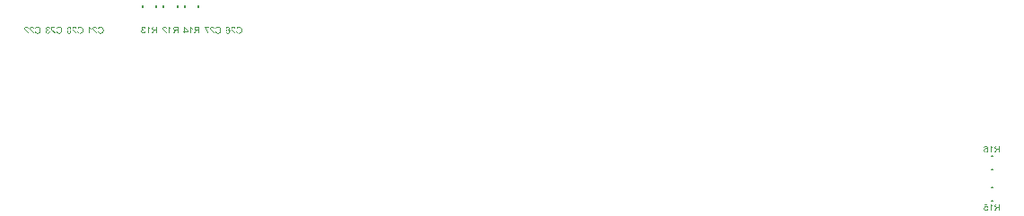
<source format=gbr>
%TF.GenerationSoftware,Altium Limited,Altium Designer,21.0.8 (223)*%
G04 Layer_Color=32896*
%FSLAX45Y45*%
%MOMM*%
%TF.SameCoordinates,7FD7D5E1-462F-4728-A759-DAD797B293AC*%
%TF.FilePolarity,Positive*%
%TF.FileFunction,Legend,Bot*%
%TF.Part,Single*%
G01*
G75*
%TA.AperFunction,NonConductor*%
%ADD75C,0.20000*%
G36*
X9716679Y2331111D02*
X9717696Y2329632D01*
X9718898Y2328153D01*
X9720007Y2326858D01*
X9721117Y2325749D01*
X9721949Y2324824D01*
X9722319Y2324547D01*
X9722596Y2324270D01*
X9722689Y2324177D01*
X9722781Y2324085D01*
X9724723Y2322513D01*
X9726664Y2321034D01*
X9728513Y2319739D01*
X9730363Y2318722D01*
X9731934Y2317798D01*
X9732581Y2317428D01*
X9733136Y2317151D01*
X9733599Y2316873D01*
X9733968Y2316781D01*
X9734153Y2316596D01*
X9734246D01*
Y2309014D01*
X9732859Y2309569D01*
X9731472Y2310216D01*
X9730085Y2310864D01*
X9728791Y2311511D01*
X9727681Y2312065D01*
X9726757Y2312528D01*
X9726202Y2312898D01*
X9726110Y2312990D01*
X9726017D01*
X9724353Y2314007D01*
X9722874Y2315024D01*
X9721579Y2315949D01*
X9720562Y2316781D01*
X9719638Y2317428D01*
X9719083Y2317983D01*
X9718621Y2318352D01*
X9718528Y2318445D01*
Y2268426D01*
X9710669D01*
Y2332683D01*
X9715755D01*
X9716679Y2331111D01*
D02*
G37*
G36*
X9669711Y2332591D02*
X9671468Y2332406D01*
X9673132Y2332036D01*
X9674704Y2331574D01*
X9676091Y2330927D01*
X9677478Y2330372D01*
X9678680Y2329632D01*
X9679789Y2328985D01*
X9680714Y2328338D01*
X9681638Y2327598D01*
X9682378Y2327043D01*
X9682933Y2326489D01*
X9683395Y2325934D01*
X9683765Y2325564D01*
X9683950Y2325379D01*
X9684042Y2325287D01*
X9685244Y2323622D01*
X9686261Y2321681D01*
X9687186Y2319647D01*
X9688018Y2317520D01*
X9688665Y2315301D01*
X9689220Y2313082D01*
X9689682Y2310771D01*
X9690052Y2308645D01*
X9690329Y2306518D01*
X9690514Y2304577D01*
X9690699Y2302820D01*
X9690791Y2301341D01*
Y2300046D01*
X9690884Y2299122D01*
Y2298752D01*
Y2298474D01*
Y2298382D01*
Y2298290D01*
X9690791Y2295331D01*
X9690606Y2292557D01*
X9690329Y2289968D01*
X9689867Y2287565D01*
X9689405Y2285438D01*
X9688942Y2283497D01*
X9688388Y2281740D01*
X9687740Y2280168D01*
X9687186Y2278874D01*
X9686631Y2277672D01*
X9686169Y2276747D01*
X9685614Y2275915D01*
X9685244Y2275268D01*
X9684967Y2274898D01*
X9684782Y2274621D01*
X9684689Y2274528D01*
X9683487Y2273234D01*
X9682193Y2272124D01*
X9680899Y2271200D01*
X9679604Y2270368D01*
X9678217Y2269628D01*
X9676923Y2269073D01*
X9675629Y2268611D01*
X9674334Y2268241D01*
X9673225Y2267964D01*
X9672115Y2267687D01*
X9671191Y2267502D01*
X9670359Y2267409D01*
X9669619D01*
X9669157Y2267317D01*
X9668694D01*
X9666568Y2267409D01*
X9664626Y2267779D01*
X9662870Y2268149D01*
X9661298Y2268704D01*
X9660096Y2269166D01*
X9659171Y2269628D01*
X9658802Y2269721D01*
X9658524Y2269906D01*
X9658432Y2269998D01*
X9658339D01*
X9656768Y2271107D01*
X9655288Y2272402D01*
X9654086Y2273696D01*
X9653069Y2274991D01*
X9652237Y2276193D01*
X9651682Y2277117D01*
X9651498Y2277487D01*
X9651313Y2277764D01*
X9651220Y2277857D01*
Y2277949D01*
X9650296Y2279891D01*
X9649648Y2281925D01*
X9649186Y2283774D01*
X9648909Y2285531D01*
X9648631Y2287010D01*
Y2287565D01*
X9648539Y2288119D01*
Y2288582D01*
Y2288859D01*
Y2289044D01*
Y2289136D01*
X9648631Y2290801D01*
X9648816Y2292372D01*
X9649094Y2293944D01*
X9649371Y2295331D01*
X9649833Y2296625D01*
X9650296Y2297920D01*
X9650758Y2299029D01*
X9651313Y2300046D01*
X9651867Y2300971D01*
X9652330Y2301803D01*
X9652792Y2302450D01*
X9653254Y2303097D01*
X9653532Y2303560D01*
X9653809Y2303837D01*
X9653994Y2304022D01*
X9654086Y2304114D01*
X9655103Y2305131D01*
X9656213Y2306056D01*
X9657415Y2306795D01*
X9658524Y2307443D01*
X9659634Y2308090D01*
X9660743Y2308552D01*
X9662870Y2309199D01*
X9663794Y2309477D01*
X9664719Y2309662D01*
X9665458Y2309754D01*
X9666198Y2309847D01*
X9666753Y2309939D01*
X9667492D01*
X9669157Y2309847D01*
X9670728Y2309569D01*
X9672208Y2309292D01*
X9673502Y2308922D01*
X9674612Y2308460D01*
X9675444Y2308182D01*
X9675998Y2307905D01*
X9676091Y2307813D01*
X9676183D01*
X9677663Y2306888D01*
X9678957Y2305871D01*
X9680159Y2304854D01*
X9681084Y2303744D01*
X9681916Y2302820D01*
X9682563Y2302080D01*
X9682933Y2301525D01*
X9683025Y2301433D01*
Y2303097D01*
X9682933Y2304761D01*
X9682840Y2306241D01*
X9682655Y2307720D01*
X9682563Y2309014D01*
X9682378Y2310216D01*
X9682193Y2311326D01*
X9681916Y2312343D01*
X9681731Y2313267D01*
X9681546Y2314007D01*
X9681361Y2314654D01*
X9681268Y2315209D01*
X9681084Y2315579D01*
X9680991Y2315856D01*
X9680899Y2316041D01*
Y2316134D01*
X9679974Y2317983D01*
X9679049Y2319647D01*
X9678032Y2320941D01*
X9677108Y2322051D01*
X9676276Y2322975D01*
X9675629Y2323622D01*
X9675166Y2323992D01*
X9674981Y2324085D01*
X9673872Y2324824D01*
X9672762Y2325287D01*
X9671653Y2325657D01*
X9670544Y2325934D01*
X9669711Y2326119D01*
X9668972Y2326211D01*
X9668325D01*
X9666660Y2326026D01*
X9665089Y2325657D01*
X9663794Y2325102D01*
X9662592Y2324547D01*
X9661668Y2323900D01*
X9661021Y2323345D01*
X9660651Y2322975D01*
X9660466Y2322790D01*
X9659819Y2321958D01*
X9659171Y2320941D01*
X9658617Y2319832D01*
X9658247Y2318722D01*
X9657877Y2317705D01*
X9657600Y2316873D01*
X9657507Y2316318D01*
X9657415Y2316226D01*
Y2316134D01*
X9649556Y2316781D01*
X9650111Y2319370D01*
X9650943Y2321681D01*
X9651867Y2323715D01*
X9652884Y2325379D01*
X9653901Y2326674D01*
X9654271Y2327228D01*
X9654734Y2327691D01*
X9655011Y2327968D01*
X9655288Y2328245D01*
X9655381Y2328338D01*
X9655473Y2328430D01*
X9656398Y2329170D01*
X9657415Y2329817D01*
X9659449Y2330927D01*
X9661483Y2331666D01*
X9663424Y2332128D01*
X9665181Y2332498D01*
X9665921Y2332591D01*
X9666568D01*
X9667123Y2332683D01*
X9667862D01*
X9669711Y2332591D01*
D02*
G37*
G36*
X9801461Y2268426D02*
X9792955D01*
Y2296810D01*
X9782045D01*
X9781028Y2296718D01*
X9780289D01*
X9779642Y2296625D01*
X9779179Y2296533D01*
X9778809D01*
X9778625Y2296440D01*
X9778532D01*
X9777053Y2295978D01*
X9776406Y2295701D01*
X9775851Y2295423D01*
X9775296Y2295146D01*
X9774926Y2294961D01*
X9774741Y2294869D01*
X9774649Y2294776D01*
X9773909Y2294221D01*
X9773170Y2293574D01*
X9771783Y2292187D01*
X9771136Y2291540D01*
X9770673Y2290986D01*
X9770396Y2290616D01*
X9770304Y2290523D01*
X9769379Y2289229D01*
X9768362Y2287842D01*
X9767345Y2286363D01*
X9766328Y2284976D01*
X9765496Y2283681D01*
X9764849Y2282664D01*
X9764571Y2282295D01*
X9764386Y2282017D01*
X9764201Y2281832D01*
Y2281740D01*
X9755788Y2268426D01*
X9745248D01*
X9756250Y2285808D01*
X9757545Y2287657D01*
X9758747Y2289321D01*
X9759948Y2290708D01*
X9760965Y2292003D01*
X9761890Y2292927D01*
X9762630Y2293667D01*
X9763092Y2294129D01*
X9763277Y2294314D01*
X9764017Y2294869D01*
X9764849Y2295516D01*
X9766513Y2296533D01*
X9767252Y2296903D01*
X9767807Y2297273D01*
X9768177Y2297457D01*
X9768362Y2297550D01*
X9766698Y2297827D01*
X9765126Y2298105D01*
X9763739Y2298567D01*
X9762352Y2298937D01*
X9761150Y2299399D01*
X9760041Y2299954D01*
X9759024Y2300416D01*
X9758099Y2300878D01*
X9757360Y2301433D01*
X9756620Y2301895D01*
X9756065Y2302265D01*
X9755603Y2302635D01*
X9755233Y2302912D01*
X9754956Y2303190D01*
X9754863Y2303282D01*
X9754771Y2303375D01*
X9754031Y2304299D01*
X9753292Y2305224D01*
X9752182Y2307165D01*
X9751443Y2309107D01*
X9750888Y2310956D01*
X9750518Y2312528D01*
X9750426Y2313175D01*
Y2313822D01*
X9750333Y2314284D01*
Y2314654D01*
Y2314839D01*
Y2314932D01*
X9750426Y2316873D01*
X9750703Y2318630D01*
X9751165Y2320294D01*
X9751627Y2321681D01*
X9752182Y2322883D01*
X9752552Y2323807D01*
X9752922Y2324362D01*
X9753014Y2324455D01*
Y2324547D01*
X9754124Y2326026D01*
X9755233Y2327321D01*
X9756435Y2328430D01*
X9757545Y2329262D01*
X9758562Y2329909D01*
X9759394Y2330279D01*
X9759948Y2330557D01*
X9760041Y2330649D01*
X9760133D01*
X9760965Y2330927D01*
X9761983Y2331204D01*
X9764017Y2331666D01*
X9766235Y2331944D01*
X9768270Y2332221D01*
X9770211Y2332313D01*
X9771043D01*
X9771783Y2332406D01*
X9801461D01*
Y2268426D01*
D02*
G37*
G36*
X9716910Y1781112D02*
X9717927Y1779632D01*
X9719129Y1778153D01*
X9720239Y1776859D01*
X9721348Y1775749D01*
X9722180Y1774824D01*
X9722550Y1774547D01*
X9722827Y1774270D01*
X9722920Y1774177D01*
X9723012Y1774085D01*
X9724954Y1772513D01*
X9726895Y1771034D01*
X9728745Y1769739D01*
X9730594Y1768722D01*
X9732165Y1767798D01*
X9732813Y1767428D01*
X9733367Y1767151D01*
X9733830Y1766873D01*
X9734199Y1766781D01*
X9734384Y1766596D01*
X9734477D01*
Y1759015D01*
X9733090Y1759569D01*
X9731703Y1760216D01*
X9730316Y1760864D01*
X9729022Y1761511D01*
X9727912Y1762066D01*
X9726988Y1762528D01*
X9726433Y1762898D01*
X9726341Y1762990D01*
X9726248D01*
X9724584Y1764007D01*
X9723105Y1765024D01*
X9721810Y1765949D01*
X9720793Y1766781D01*
X9719869Y1767428D01*
X9719314Y1767983D01*
X9718852Y1768353D01*
X9718759Y1768445D01*
Y1718426D01*
X9710901D01*
Y1782683D01*
X9715986D01*
X9716910Y1781112D01*
D02*
G37*
G36*
X9689358Y1748659D02*
X9681962Y1747642D01*
X9681315Y1748659D01*
X9680483Y1749492D01*
X9679743Y1750324D01*
X9679003Y1750971D01*
X9678264Y1751433D01*
X9677709Y1751895D01*
X9677339Y1752080D01*
X9677247Y1752173D01*
X9676045Y1752728D01*
X9674843Y1753190D01*
X9673733Y1753467D01*
X9672624Y1753745D01*
X9671699Y1753837D01*
X9670960Y1753929D01*
X9669203D01*
X9668093Y1753745D01*
X9666152Y1753282D01*
X9664488Y1752635D01*
X9663008Y1751988D01*
X9661899Y1751248D01*
X9661067Y1750601D01*
X9660605Y1750139D01*
X9660420Y1750046D01*
Y1749954D01*
X9659125Y1748382D01*
X9658201Y1746718D01*
X9657553Y1744961D01*
X9657091Y1743205D01*
X9656814Y1741725D01*
X9656721Y1741078D01*
Y1740523D01*
X9656629Y1740061D01*
Y1739691D01*
Y1739506D01*
Y1739414D01*
Y1738119D01*
X9656814Y1736918D01*
X9657276Y1734606D01*
X9657923Y1732665D01*
X9658570Y1731093D01*
X9659310Y1729798D01*
X9659957Y1728781D01*
X9660235Y1728504D01*
X9660420Y1728227D01*
X9660512Y1728134D01*
X9660605Y1728042D01*
X9661344Y1727302D01*
X9662084Y1726655D01*
X9663748Y1725545D01*
X9665320Y1724806D01*
X9666892Y1724344D01*
X9668186Y1723974D01*
X9669295Y1723881D01*
X9669665Y1723789D01*
X9670220D01*
X9671977Y1723881D01*
X9673548Y1724251D01*
X9674935Y1724713D01*
X9676045Y1725268D01*
X9677062Y1725823D01*
X9677801Y1726285D01*
X9678171Y1726655D01*
X9678356Y1726747D01*
X9679466Y1728042D01*
X9680390Y1729429D01*
X9681130Y1731000D01*
X9681684Y1732387D01*
X9682054Y1733774D01*
X9682332Y1734791D01*
X9682424Y1735253D01*
X9682517Y1735531D01*
Y1735716D01*
Y1735808D01*
X9690745Y1735161D01*
X9690560Y1733682D01*
X9690283Y1732295D01*
X9689451Y1729706D01*
X9688434Y1727487D01*
X9687879Y1726470D01*
X9687324Y1725638D01*
X9686862Y1724806D01*
X9686307Y1724066D01*
X9685845Y1723511D01*
X9685383Y1723049D01*
X9685013Y1722679D01*
X9684828Y1722309D01*
X9684643Y1722217D01*
X9684551Y1722125D01*
X9683441Y1721292D01*
X9682332Y1720553D01*
X9681130Y1719906D01*
X9679928Y1719351D01*
X9677616Y1718519D01*
X9675305Y1717964D01*
X9674288Y1717687D01*
X9673271Y1717594D01*
X9672439Y1717502D01*
X9671699Y1717409D01*
X9671052Y1717317D01*
X9670220D01*
X9668278Y1717409D01*
X9666429Y1717687D01*
X9664673Y1718057D01*
X9663101Y1718519D01*
X9661622Y1719166D01*
X9660235Y1719813D01*
X9658940Y1720460D01*
X9657831Y1721200D01*
X9656814Y1721940D01*
X9655889Y1722587D01*
X9655150Y1723326D01*
X9654502Y1723881D01*
X9654040Y1724344D01*
X9653670Y1724713D01*
X9653485Y1724991D01*
X9653393Y1725083D01*
X9652468Y1726285D01*
X9651729Y1727579D01*
X9650989Y1728781D01*
X9650434Y1730076D01*
X9649510Y1732572D01*
X9648955Y1734976D01*
X9648770Y1735993D01*
X9648585Y1737010D01*
X9648493Y1737842D01*
X9648400Y1738582D01*
X9648308Y1739229D01*
Y1739691D01*
Y1739969D01*
Y1740061D01*
X9648400Y1741725D01*
X9648585Y1743297D01*
X9648863Y1744869D01*
X9649232Y1746256D01*
X9649695Y1747550D01*
X9650157Y1748844D01*
X9650712Y1749954D01*
X9651174Y1750971D01*
X9651729Y1751895D01*
X9652283Y1752728D01*
X9652746Y1753375D01*
X9653208Y1754022D01*
X9653578Y1754484D01*
X9653855Y1754762D01*
X9654040Y1754946D01*
X9654133Y1755039D01*
X9655242Y1756056D01*
X9656352Y1756980D01*
X9657553Y1757720D01*
X9658755Y1758367D01*
X9659957Y1759015D01*
X9661159Y1759477D01*
X9663378Y1760124D01*
X9664395Y1760401D01*
X9665320Y1760586D01*
X9666152Y1760679D01*
X9666892Y1760771D01*
X9667446Y1760864D01*
X9669480D01*
X9670590Y1760679D01*
X9672809Y1760216D01*
X9674843Y1759569D01*
X9676692Y1758830D01*
X9678171Y1758090D01*
X9678818Y1757720D01*
X9679373Y1757443D01*
X9679835Y1757165D01*
X9680113Y1756980D01*
X9680298Y1756888D01*
X9680390Y1756796D01*
X9676969Y1774085D01*
X9651359D01*
Y1781574D01*
X9683164D01*
X9689358Y1748659D01*
D02*
G37*
G36*
X9801692Y1718426D02*
X9793186D01*
Y1746810D01*
X9782277D01*
X9781260Y1746718D01*
X9780520D01*
X9779873Y1746625D01*
X9779410Y1746533D01*
X9779041D01*
X9778856Y1746440D01*
X9778763D01*
X9777284Y1745978D01*
X9776637Y1745701D01*
X9776082Y1745423D01*
X9775527Y1745146D01*
X9775157Y1744961D01*
X9774973Y1744869D01*
X9774880Y1744776D01*
X9774140Y1744222D01*
X9773401Y1743574D01*
X9772014Y1742188D01*
X9771367Y1741540D01*
X9770905Y1740986D01*
X9770627Y1740616D01*
X9770535Y1740523D01*
X9769610Y1739229D01*
X9768593Y1737842D01*
X9767576Y1736363D01*
X9766559Y1734976D01*
X9765727Y1733682D01*
X9765080Y1732665D01*
X9764802Y1732295D01*
X9764618Y1732017D01*
X9764433Y1731832D01*
Y1731740D01*
X9756019Y1718426D01*
X9745479D01*
X9756481Y1735808D01*
X9757776Y1737657D01*
X9758978Y1739321D01*
X9760180Y1740708D01*
X9761197Y1742003D01*
X9762121Y1742927D01*
X9762861Y1743667D01*
X9763323Y1744129D01*
X9763508Y1744314D01*
X9764248Y1744869D01*
X9765080Y1745516D01*
X9766744Y1746533D01*
X9767484Y1746903D01*
X9768038Y1747273D01*
X9768408Y1747458D01*
X9768593Y1747550D01*
X9766929Y1747827D01*
X9765357Y1748105D01*
X9763970Y1748567D01*
X9762583Y1748937D01*
X9761382Y1749399D01*
X9760272Y1749954D01*
X9759255Y1750416D01*
X9758330Y1750878D01*
X9757591Y1751433D01*
X9756851Y1751895D01*
X9756296Y1752265D01*
X9755834Y1752635D01*
X9755464Y1752912D01*
X9755187Y1753190D01*
X9755095Y1753282D01*
X9755002Y1753375D01*
X9754262Y1754299D01*
X9753523Y1755224D01*
X9752413Y1757165D01*
X9751674Y1759107D01*
X9751119Y1760956D01*
X9750749Y1762528D01*
X9750657Y1763175D01*
Y1763822D01*
X9750564Y1764285D01*
Y1764654D01*
Y1764839D01*
Y1764932D01*
X9750657Y1766873D01*
X9750934Y1768630D01*
X9751396Y1770294D01*
X9751859Y1771681D01*
X9752413Y1772883D01*
X9752783Y1773807D01*
X9753153Y1774362D01*
X9753245Y1774455D01*
Y1774547D01*
X9754355Y1776026D01*
X9755464Y1777321D01*
X9756666Y1778430D01*
X9757776Y1779262D01*
X9758793Y1779910D01*
X9759625Y1780279D01*
X9760180Y1780557D01*
X9760272Y1780649D01*
X9760365D01*
X9761197Y1780927D01*
X9762214Y1781204D01*
X9764248Y1781666D01*
X9766467Y1781944D01*
X9768501Y1782221D01*
X9770442Y1782313D01*
X9771274D01*
X9772014Y1782406D01*
X9801692D01*
Y1718426D01*
D02*
G37*
G36*
X2165658Y3454645D02*
X2166675Y3453166D01*
X2167877Y3451687D01*
X2168986Y3450392D01*
X2170096Y3449283D01*
X2170928Y3448358D01*
X2171298Y3448081D01*
X2171575Y3447803D01*
X2171667Y3447711D01*
X2171760Y3447618D01*
X2173702Y3446047D01*
X2175643Y3444567D01*
X2177492Y3443273D01*
X2179341Y3442256D01*
X2180913Y3441331D01*
X2181560Y3440962D01*
X2182115Y3440684D01*
X2182577Y3440407D01*
X2182947Y3440314D01*
X2183132Y3440130D01*
X2183224D01*
Y3432548D01*
X2181838Y3433103D01*
X2180451Y3433750D01*
X2179064Y3434397D01*
X2177770Y3435044D01*
X2176660Y3435599D01*
X2175736Y3436061D01*
X2175181Y3436431D01*
X2175088Y3436524D01*
X2174996D01*
X2173332Y3437541D01*
X2171852Y3438558D01*
X2170558Y3439482D01*
X2169541Y3440314D01*
X2168616Y3440962D01*
X2168062Y3441516D01*
X2167599Y3441886D01*
X2167507Y3441979D01*
Y3391960D01*
X2159648D01*
Y3456217D01*
X2164733D01*
X2165658Y3454645D01*
D02*
G37*
G36*
X2250440Y3391960D02*
X2241934D01*
Y3420344D01*
X2231024D01*
X2230007Y3420251D01*
X2229268D01*
X2228620Y3420159D01*
X2228158Y3420067D01*
X2227788D01*
X2227603Y3419974D01*
X2227511D01*
X2226032Y3419512D01*
X2225384Y3419234D01*
X2224830Y3418957D01*
X2224275Y3418680D01*
X2223905Y3418495D01*
X2223720Y3418402D01*
X2223628Y3418310D01*
X2222888Y3417755D01*
X2222148Y3417108D01*
X2220762Y3415721D01*
X2220114Y3415074D01*
X2219652Y3414519D01*
X2219375Y3414149D01*
X2219282Y3414057D01*
X2218358Y3412763D01*
X2217341Y3411376D01*
X2216324Y3409896D01*
X2215307Y3408510D01*
X2214475Y3407215D01*
X2213827Y3406198D01*
X2213550Y3405828D01*
X2213365Y3405551D01*
X2213180Y3405366D01*
Y3405274D01*
X2204767Y3391960D01*
X2194227D01*
X2205229Y3409342D01*
X2206523Y3411191D01*
X2207725Y3412855D01*
X2208927Y3414242D01*
X2209944Y3415536D01*
X2210869Y3416461D01*
X2211608Y3417200D01*
X2212071Y3417663D01*
X2212256Y3417848D01*
X2212995Y3418402D01*
X2213827Y3419050D01*
X2215492Y3420067D01*
X2216231Y3420436D01*
X2216786Y3420806D01*
X2217156Y3420991D01*
X2217341Y3421084D01*
X2215677Y3421361D01*
X2214105Y3421638D01*
X2212718Y3422101D01*
X2211331Y3422470D01*
X2210129Y3422933D01*
X2209020Y3423487D01*
X2208003Y3423950D01*
X2207078Y3424412D01*
X2206338Y3424967D01*
X2205599Y3425429D01*
X2205044Y3425799D01*
X2204582Y3426169D01*
X2204212Y3426446D01*
X2203935Y3426723D01*
X2203842Y3426816D01*
X2203750Y3426908D01*
X2203010Y3427833D01*
X2202270Y3428757D01*
X2201161Y3430699D01*
X2200421Y3432641D01*
X2199867Y3434490D01*
X2199497Y3436061D01*
X2199404Y3436709D01*
Y3437356D01*
X2199312Y3437818D01*
Y3438188D01*
Y3438373D01*
Y3438465D01*
X2199404Y3440407D01*
X2199682Y3442164D01*
X2200144Y3443828D01*
X2200606Y3445215D01*
X2201161Y3446417D01*
X2201531Y3447341D01*
X2201901Y3447896D01*
X2201993Y3447988D01*
Y3448081D01*
X2203103Y3449560D01*
X2204212Y3450854D01*
X2205414Y3451964D01*
X2206523Y3452796D01*
X2207540Y3453443D01*
X2208373Y3453813D01*
X2208927Y3454090D01*
X2209020Y3454183D01*
X2209112D01*
X2209944Y3454460D01*
X2210961Y3454738D01*
X2212995Y3455200D01*
X2215214Y3455477D01*
X2217248Y3455755D01*
X2219190Y3455847D01*
X2220022D01*
X2220762Y3455939D01*
X2250440D01*
Y3391960D01*
D02*
G37*
G36*
X2142174Y3414519D02*
Y3407308D01*
X2114345D01*
Y3391960D01*
X2106486D01*
Y3407308D01*
X2097795D01*
Y3414519D01*
X2106486D01*
Y3455939D01*
X2112865D01*
X2142174Y3414519D01*
D02*
G37*
G36*
X1723331Y3458572D02*
X1725827Y3458110D01*
X1727954Y3457370D01*
X1729803Y3456630D01*
X1730635Y3456168D01*
X1731282Y3455798D01*
X1731929Y3455428D01*
X1732392Y3455059D01*
X1732762Y3454781D01*
X1733039Y3454596D01*
X1733224Y3454504D01*
X1733316Y3454411D01*
X1735073Y3452655D01*
X1736460Y3450713D01*
X1737569Y3448679D01*
X1738494Y3446645D01*
X1739049Y3444888D01*
X1739326Y3444149D01*
X1739511Y3443502D01*
X1739603Y3442947D01*
X1739696Y3442577D01*
X1739788Y3442300D01*
Y3442207D01*
X1731929Y3440820D01*
X1731560Y3442854D01*
X1731005Y3444611D01*
X1730358Y3446090D01*
X1729711Y3447292D01*
X1729063Y3448217D01*
X1728509Y3448864D01*
X1728139Y3449326D01*
X1728046Y3449419D01*
X1726844Y3450343D01*
X1725550Y3451083D01*
X1724348Y3451545D01*
X1723146Y3451915D01*
X1722037Y3452100D01*
X1721205Y3452285D01*
X1720465D01*
X1718801Y3452192D01*
X1717321Y3451823D01*
X1716027Y3451360D01*
X1714918Y3450898D01*
X1714085Y3450343D01*
X1713438Y3449881D01*
X1712976Y3449511D01*
X1712884Y3449419D01*
X1711867Y3448309D01*
X1711127Y3447107D01*
X1710665Y3445905D01*
X1710295Y3444796D01*
X1710110Y3443779D01*
X1709925Y3443039D01*
Y3442485D01*
Y3442392D01*
Y3442300D01*
Y3441283D01*
X1710110Y3440358D01*
X1710572Y3438786D01*
X1711219Y3437400D01*
X1711959Y3436198D01*
X1712699Y3435365D01*
X1713346Y3434718D01*
X1713808Y3434348D01*
X1713901Y3434256D01*
X1713993D01*
X1715565Y3433424D01*
X1717044Y3432777D01*
X1718616Y3432314D01*
X1720003Y3432037D01*
X1721205Y3431852D01*
X1722222Y3431667D01*
X1723424D01*
X1723793Y3431760D01*
X1724256D01*
X1725180Y3424826D01*
X1723978Y3425103D01*
X1722869Y3425288D01*
X1721944Y3425473D01*
X1721112Y3425565D01*
X1720465Y3425658D01*
X1719633D01*
X1717691Y3425473D01*
X1715935Y3425103D01*
X1714363Y3424548D01*
X1713068Y3423901D01*
X1712051Y3423254D01*
X1711312Y3422699D01*
X1710850Y3422329D01*
X1710665Y3422144D01*
X1709463Y3420757D01*
X1708538Y3419278D01*
X1707891Y3417799D01*
X1707521Y3416320D01*
X1707244Y3415118D01*
X1707151Y3414101D01*
X1707059Y3413731D01*
Y3413453D01*
Y3413269D01*
Y3413176D01*
X1707244Y3411142D01*
X1707706Y3409293D01*
X1708261Y3407721D01*
X1709000Y3406334D01*
X1709740Y3405225D01*
X1710295Y3404393D01*
X1710757Y3403838D01*
X1710942Y3403653D01*
X1712421Y3402359D01*
X1713993Y3401434D01*
X1715565Y3400787D01*
X1717044Y3400325D01*
X1718338Y3400047D01*
X1719355Y3399955D01*
X1719725Y3399862D01*
X1720280D01*
X1721944Y3399955D01*
X1723516Y3400325D01*
X1724903Y3400787D01*
X1726012Y3401342D01*
X1726937Y3401804D01*
X1727677Y3402266D01*
X1728046Y3402636D01*
X1728231Y3402729D01*
X1729341Y3404023D01*
X1730265Y3405502D01*
X1731097Y3407074D01*
X1731745Y3408738D01*
X1732207Y3410125D01*
X1732392Y3410772D01*
X1732484Y3411327D01*
X1732577Y3411789D01*
X1732669Y3412159D01*
X1732762Y3412344D01*
Y3412436D01*
X1740620Y3411419D01*
X1740435Y3409940D01*
X1740158Y3408553D01*
X1739326Y3405964D01*
X1738309Y3403746D01*
X1737754Y3402821D01*
X1737199Y3401896D01*
X1736645Y3401064D01*
X1736090Y3400417D01*
X1735628Y3399770D01*
X1735165Y3399308D01*
X1734888Y3398938D01*
X1734611Y3398660D01*
X1734426Y3398476D01*
X1734333Y3398383D01*
X1733224Y3397551D01*
X1732114Y3396719D01*
X1731005Y3396072D01*
X1729803Y3395517D01*
X1727492Y3394592D01*
X1725273Y3394038D01*
X1724256Y3393853D01*
X1723331Y3393668D01*
X1722499Y3393575D01*
X1721759Y3393483D01*
X1721205Y3393390D01*
X1720372D01*
X1718616Y3393483D01*
X1717044Y3393668D01*
X1715472Y3393945D01*
X1713993Y3394315D01*
X1712606Y3394777D01*
X1711404Y3395240D01*
X1710202Y3395794D01*
X1709185Y3396349D01*
X1708168Y3396811D01*
X1707336Y3397366D01*
X1706597Y3397828D01*
X1706042Y3398291D01*
X1705580Y3398660D01*
X1705210Y3398938D01*
X1705025Y3399123D01*
X1704932Y3399215D01*
X1703823Y3400325D01*
X1702898Y3401527D01*
X1702066Y3402729D01*
X1701327Y3403930D01*
X1700772Y3405040D01*
X1700217Y3406242D01*
X1699477Y3408461D01*
X1699293Y3409478D01*
X1699108Y3410402D01*
X1698923Y3411234D01*
X1698830Y3411974D01*
X1698738Y3412529D01*
Y3412991D01*
Y3413269D01*
Y3413361D01*
X1698830Y3415580D01*
X1699200Y3417614D01*
X1699755Y3419371D01*
X1700310Y3420850D01*
X1700864Y3422052D01*
X1701419Y3422976D01*
X1701789Y3423531D01*
X1701881Y3423716D01*
X1703176Y3425103D01*
X1704563Y3426305D01*
X1706042Y3427229D01*
X1707521Y3427969D01*
X1708815Y3428524D01*
X1709832Y3428894D01*
X1710202Y3428986D01*
X1710480Y3429078D01*
X1710665Y3429171D01*
X1710757D01*
X1709185Y3430003D01*
X1707891Y3430835D01*
X1706781Y3431760D01*
X1705857Y3432592D01*
X1705117Y3433331D01*
X1704563Y3433979D01*
X1704285Y3434348D01*
X1704193Y3434533D01*
X1703453Y3435828D01*
X1702898Y3437122D01*
X1702436Y3438417D01*
X1702159Y3439618D01*
X1701974Y3440635D01*
X1701881Y3441375D01*
Y3441930D01*
Y3442115D01*
X1701974Y3443687D01*
X1702251Y3445258D01*
X1702621Y3446645D01*
X1703083Y3447847D01*
X1703545Y3448864D01*
X1703915Y3449696D01*
X1704193Y3450158D01*
X1704285Y3450343D01*
X1705210Y3451730D01*
X1706319Y3452932D01*
X1707429Y3453949D01*
X1708538Y3454874D01*
X1709463Y3455521D01*
X1710295Y3456076D01*
X1710850Y3456353D01*
X1710942Y3456445D01*
X1711034D01*
X1712699Y3457185D01*
X1714363Y3457740D01*
X1716027Y3458202D01*
X1717506Y3458479D01*
X1718708Y3458664D01*
X1719725Y3458757D01*
X1722037D01*
X1723331Y3458572D01*
D02*
G37*
G36*
X1766878Y3457185D02*
X1767895Y3455706D01*
X1769097Y3454227D01*
X1770206Y3452932D01*
X1771316Y3451823D01*
X1772148Y3450898D01*
X1772518Y3450621D01*
X1772795Y3450343D01*
X1772887Y3450251D01*
X1772980Y3450158D01*
X1774922Y3448587D01*
X1776863Y3447107D01*
X1778712Y3445813D01*
X1780561Y3444796D01*
X1782133Y3443871D01*
X1782780Y3443502D01*
X1783335Y3443224D01*
X1783797Y3442947D01*
X1784167Y3442854D01*
X1784352Y3442670D01*
X1784444D01*
Y3435088D01*
X1783058Y3435643D01*
X1781671Y3436290D01*
X1780284Y3436937D01*
X1778990Y3437584D01*
X1777880Y3438139D01*
X1776956Y3438601D01*
X1776401Y3438971D01*
X1776308Y3439064D01*
X1776216D01*
X1774552Y3440081D01*
X1773072Y3441098D01*
X1771778Y3442022D01*
X1770761Y3442854D01*
X1769836Y3443502D01*
X1769282Y3444056D01*
X1768819Y3444426D01*
X1768727Y3444519D01*
Y3394500D01*
X1760868D01*
Y3458757D01*
X1765953D01*
X1766878Y3457185D01*
D02*
G37*
G36*
X1851660Y3394500D02*
X1843154D01*
Y3422884D01*
X1832244D01*
X1831227Y3422791D01*
X1830488D01*
X1829840Y3422699D01*
X1829378Y3422607D01*
X1829008D01*
X1828823Y3422514D01*
X1828731D01*
X1827252Y3422052D01*
X1826604Y3421774D01*
X1826050Y3421497D01*
X1825495Y3421220D01*
X1825125Y3421035D01*
X1824940Y3420942D01*
X1824848Y3420850D01*
X1824108Y3420295D01*
X1823368Y3419648D01*
X1821982Y3418261D01*
X1821334Y3417614D01*
X1820872Y3417059D01*
X1820595Y3416689D01*
X1820502Y3416597D01*
X1819578Y3415303D01*
X1818561Y3413916D01*
X1817544Y3412436D01*
X1816527Y3411050D01*
X1815695Y3409755D01*
X1815047Y3408738D01*
X1814770Y3408368D01*
X1814585Y3408091D01*
X1814400Y3407906D01*
Y3407814D01*
X1805987Y3394500D01*
X1795447D01*
X1806449Y3411882D01*
X1807743Y3413731D01*
X1808945Y3415395D01*
X1810147Y3416782D01*
X1811164Y3418076D01*
X1812089Y3419001D01*
X1812828Y3419740D01*
X1813291Y3420203D01*
X1813476Y3420388D01*
X1814215Y3420942D01*
X1815047Y3421590D01*
X1816712Y3422607D01*
X1817451Y3422976D01*
X1818006Y3423346D01*
X1818376Y3423531D01*
X1818561Y3423624D01*
X1816897Y3423901D01*
X1815325Y3424178D01*
X1813938Y3424641D01*
X1812551Y3425010D01*
X1811349Y3425473D01*
X1810240Y3426027D01*
X1809223Y3426490D01*
X1808298Y3426952D01*
X1807558Y3427507D01*
X1806819Y3427969D01*
X1806264Y3428339D01*
X1805802Y3428709D01*
X1805432Y3428986D01*
X1805155Y3429263D01*
X1805062Y3429356D01*
X1804970Y3429448D01*
X1804230Y3430373D01*
X1803490Y3431297D01*
X1802381Y3433239D01*
X1801641Y3435181D01*
X1801087Y3437030D01*
X1800717Y3438601D01*
X1800624Y3439249D01*
Y3439896D01*
X1800532Y3440358D01*
Y3440728D01*
Y3440913D01*
Y3441005D01*
X1800624Y3442947D01*
X1800902Y3444704D01*
X1801364Y3446368D01*
X1801826Y3447755D01*
X1802381Y3448957D01*
X1802751Y3449881D01*
X1803121Y3450436D01*
X1803213Y3450528D01*
Y3450621D01*
X1804323Y3452100D01*
X1805432Y3453394D01*
X1806634Y3454504D01*
X1807743Y3455336D01*
X1808760Y3455983D01*
X1809593Y3456353D01*
X1810147Y3456630D01*
X1810240Y3456723D01*
X1810332D01*
X1811164Y3457000D01*
X1812181Y3457278D01*
X1814215Y3457740D01*
X1816434Y3458017D01*
X1818468Y3458295D01*
X1820410Y3458387D01*
X1821242D01*
X1821982Y3458479D01*
X1851660D01*
Y3394500D01*
D02*
G37*
G36*
X1921865Y3456124D02*
X1923436Y3456032D01*
X1924916Y3455755D01*
X1926302Y3455477D01*
X1927597Y3455107D01*
X1928799Y3454738D01*
X1929908Y3454275D01*
X1930925Y3453813D01*
X1931850Y3453351D01*
X1932589Y3452888D01*
X1933237Y3452519D01*
X1933791Y3452149D01*
X1934254Y3451871D01*
X1934531Y3451594D01*
X1934716Y3451502D01*
X1934808Y3451409D01*
X1935733Y3450485D01*
X1936565Y3449468D01*
X1937397Y3448358D01*
X1938044Y3447249D01*
X1939154Y3445030D01*
X1939894Y3442811D01*
X1940171Y3441794D01*
X1940448Y3440777D01*
X1940633Y3439945D01*
X1940818Y3439205D01*
X1940911Y3438558D01*
Y3438095D01*
X1941003Y3437818D01*
Y3437726D01*
X1932959Y3436894D01*
X1932774Y3439020D01*
X1932405Y3440869D01*
X1931850Y3442533D01*
X1931203Y3443828D01*
X1930648Y3444937D01*
X1930093Y3445677D01*
X1929723Y3446139D01*
X1929538Y3446324D01*
X1928152Y3447434D01*
X1926672Y3448266D01*
X1925101Y3448913D01*
X1923714Y3449283D01*
X1922419Y3449560D01*
X1921310Y3449652D01*
X1920940Y3449745D01*
X1920385D01*
X1918444Y3449652D01*
X1916687Y3449283D01*
X1915208Y3448728D01*
X1913913Y3448173D01*
X1912896Y3447526D01*
X1912249Y3447064D01*
X1911787Y3446694D01*
X1911602Y3446509D01*
X1910492Y3445215D01*
X1909660Y3443920D01*
X1909013Y3442626D01*
X1908643Y3441331D01*
X1908366Y3440314D01*
X1908274Y3439390D01*
X1908181Y3438835D01*
Y3438743D01*
Y3438650D01*
X1908366Y3436986D01*
X1908736Y3435229D01*
X1909383Y3433658D01*
X1910030Y3432178D01*
X1910770Y3430976D01*
X1911417Y3429959D01*
X1911602Y3429590D01*
X1911787Y3429312D01*
X1911972Y3429220D01*
Y3429127D01*
X1912711Y3428110D01*
X1913636Y3427093D01*
X1914653Y3425984D01*
X1915762Y3424874D01*
X1918074Y3422655D01*
X1920385Y3420436D01*
X1921587Y3419419D01*
X1922604Y3418495D01*
X1923621Y3417663D01*
X1924453Y3416923D01*
X1925101Y3416368D01*
X1925655Y3415906D01*
X1926025Y3415629D01*
X1926118Y3415536D01*
X1928429Y3413595D01*
X1930555Y3411746D01*
X1932312Y3410081D01*
X1933699Y3408694D01*
X1934901Y3407493D01*
X1935733Y3406660D01*
X1936195Y3406106D01*
X1936380Y3406013D01*
Y3405921D01*
X1937675Y3404349D01*
X1938692Y3402870D01*
X1939616Y3401390D01*
X1940356Y3400096D01*
X1940911Y3398987D01*
X1941280Y3398154D01*
X1941465Y3397600D01*
X1941558Y3397507D01*
Y3397415D01*
X1941928Y3396398D01*
X1942112Y3395473D01*
X1942297Y3394549D01*
X1942390Y3393717D01*
X1942482Y3392977D01*
Y3392422D01*
Y3392052D01*
Y3391960D01*
X1900045D01*
Y3399541D01*
X1931572D01*
X1930463Y3401113D01*
X1929908Y3401760D01*
X1929446Y3402407D01*
X1928984Y3402962D01*
X1928614Y3403332D01*
X1928337Y3403609D01*
X1928244Y3403702D01*
X1927782Y3404164D01*
X1927227Y3404626D01*
X1925933Y3405828D01*
X1924453Y3407215D01*
X1922882Y3408602D01*
X1921402Y3409804D01*
X1920755Y3410359D01*
X1920200Y3410913D01*
X1919738Y3411283D01*
X1919368Y3411561D01*
X1919183Y3411746D01*
X1919091Y3411838D01*
X1917612Y3413132D01*
X1916132Y3414334D01*
X1914838Y3415536D01*
X1913636Y3416553D01*
X1912527Y3417570D01*
X1911602Y3418495D01*
X1910677Y3419327D01*
X1909938Y3420067D01*
X1909198Y3420806D01*
X1908643Y3421361D01*
X1908181Y3421823D01*
X1907719Y3422286D01*
X1907257Y3422840D01*
X1907072Y3423025D01*
X1905777Y3424597D01*
X1904668Y3425984D01*
X1903743Y3427371D01*
X1903004Y3428480D01*
X1902449Y3429497D01*
X1902079Y3430237D01*
X1901894Y3430699D01*
X1901802Y3430884D01*
X1901247Y3432271D01*
X1900877Y3433658D01*
X1900507Y3434952D01*
X1900322Y3436061D01*
X1900230Y3437078D01*
X1900137Y3437818D01*
Y3438280D01*
Y3438465D01*
X1900230Y3439852D01*
X1900415Y3441147D01*
X1900600Y3442441D01*
X1900970Y3443550D01*
X1901894Y3445769D01*
X1902819Y3447526D01*
X1903373Y3448358D01*
X1903836Y3449005D01*
X1904298Y3449652D01*
X1904760Y3450115D01*
X1905130Y3450485D01*
X1905315Y3450854D01*
X1905500Y3450947D01*
X1905592Y3451039D01*
X1906609Y3451964D01*
X1907719Y3452796D01*
X1908921Y3453443D01*
X1910123Y3453998D01*
X1912527Y3454922D01*
X1914930Y3455570D01*
X1915947Y3455755D01*
X1916964Y3455939D01*
X1917889Y3456032D01*
X1918629Y3456124D01*
X1919276Y3456217D01*
X1920200D01*
X1921865Y3456124D01*
D02*
G37*
G36*
X1967538Y3454645D02*
X1968555Y3453166D01*
X1969757Y3451687D01*
X1970866Y3450392D01*
X1971976Y3449283D01*
X1972808Y3448358D01*
X1973178Y3448081D01*
X1973455Y3447803D01*
X1973547Y3447711D01*
X1973640Y3447618D01*
X1975582Y3446047D01*
X1977523Y3444567D01*
X1979372Y3443273D01*
X1981221Y3442256D01*
X1982793Y3441331D01*
X1983440Y3440962D01*
X1983995Y3440684D01*
X1984457Y3440407D01*
X1984827Y3440314D01*
X1985012Y3440130D01*
X1985104D01*
Y3432548D01*
X1983718Y3433103D01*
X1982331Y3433750D01*
X1980944Y3434397D01*
X1979650Y3435044D01*
X1978540Y3435599D01*
X1977616Y3436061D01*
X1977061Y3436431D01*
X1976968Y3436524D01*
X1976876D01*
X1975212Y3437541D01*
X1973732Y3438558D01*
X1972438Y3439482D01*
X1971421Y3440314D01*
X1970496Y3440962D01*
X1969942Y3441516D01*
X1969479Y3441886D01*
X1969387Y3441979D01*
Y3391960D01*
X1961528D01*
Y3456217D01*
X1966613D01*
X1967538Y3454645D01*
D02*
G37*
G36*
X2052320Y3391960D02*
X2043814D01*
Y3420344D01*
X2032904D01*
X2031887Y3420251D01*
X2031148D01*
X2030500Y3420159D01*
X2030038Y3420067D01*
X2029668D01*
X2029483Y3419974D01*
X2029391D01*
X2027912Y3419512D01*
X2027264Y3419234D01*
X2026710Y3418957D01*
X2026155Y3418680D01*
X2025785Y3418495D01*
X2025600Y3418402D01*
X2025508Y3418310D01*
X2024768Y3417755D01*
X2024028Y3417108D01*
X2022642Y3415721D01*
X2021994Y3415074D01*
X2021532Y3414519D01*
X2021255Y3414149D01*
X2021162Y3414057D01*
X2020238Y3412763D01*
X2019221Y3411376D01*
X2018204Y3409896D01*
X2017187Y3408510D01*
X2016355Y3407215D01*
X2015707Y3406198D01*
X2015430Y3405828D01*
X2015245Y3405551D01*
X2015060Y3405366D01*
Y3405274D01*
X2006647Y3391960D01*
X1996107D01*
X2007109Y3409342D01*
X2008403Y3411191D01*
X2009605Y3412855D01*
X2010807Y3414242D01*
X2011824Y3415536D01*
X2012749Y3416461D01*
X2013488Y3417200D01*
X2013951Y3417663D01*
X2014136Y3417848D01*
X2014875Y3418402D01*
X2015707Y3419050D01*
X2017372Y3420067D01*
X2018111Y3420436D01*
X2018666Y3420806D01*
X2019036Y3420991D01*
X2019221Y3421084D01*
X2017557Y3421361D01*
X2015985Y3421638D01*
X2014598Y3422101D01*
X2013211Y3422470D01*
X2012009Y3422933D01*
X2010900Y3423487D01*
X2009883Y3423950D01*
X2008958Y3424412D01*
X2008218Y3424967D01*
X2007479Y3425429D01*
X2006924Y3425799D01*
X2006462Y3426169D01*
X2006092Y3426446D01*
X2005815Y3426723D01*
X2005722Y3426816D01*
X2005630Y3426908D01*
X2004890Y3427833D01*
X2004150Y3428757D01*
X2003041Y3430699D01*
X2002301Y3432641D01*
X2001747Y3434490D01*
X2001377Y3436061D01*
X2001284Y3436709D01*
Y3437356D01*
X2001192Y3437818D01*
Y3438188D01*
Y3438373D01*
Y3438465D01*
X2001284Y3440407D01*
X2001562Y3442164D01*
X2002024Y3443828D01*
X2002486Y3445215D01*
X2003041Y3446417D01*
X2003411Y3447341D01*
X2003781Y3447896D01*
X2003873Y3447988D01*
Y3448081D01*
X2004983Y3449560D01*
X2006092Y3450854D01*
X2007294Y3451964D01*
X2008403Y3452796D01*
X2009420Y3453443D01*
X2010253Y3453813D01*
X2010807Y3454090D01*
X2010900Y3454183D01*
X2010992D01*
X2011824Y3454460D01*
X2012841Y3454738D01*
X2014875Y3455200D01*
X2017094Y3455477D01*
X2019128Y3455755D01*
X2021070Y3455847D01*
X2021902D01*
X2022642Y3455939D01*
X2052320D01*
Y3391960D01*
D02*
G37*
G36*
X2370337Y3456124D02*
X2371909Y3456032D01*
X2373388Y3455755D01*
X2374775Y3455477D01*
X2376069Y3455107D01*
X2377271Y3454738D01*
X2378381Y3454275D01*
X2379398Y3453813D01*
X2380322Y3453351D01*
X2381062Y3452888D01*
X2381709Y3452519D01*
X2382264Y3452149D01*
X2382726Y3451871D01*
X2383004Y3451594D01*
X2383189Y3451502D01*
X2383281Y3451409D01*
X2384206Y3450485D01*
X2385038Y3449468D01*
X2385870Y3448358D01*
X2386517Y3447249D01*
X2387626Y3445030D01*
X2388366Y3442811D01*
X2388643Y3441794D01*
X2388921Y3440777D01*
X2389106Y3439945D01*
X2389291Y3439205D01*
X2389383Y3438558D01*
Y3438095D01*
X2389476Y3437818D01*
Y3437726D01*
X2381432Y3436894D01*
X2381247Y3439020D01*
X2380877Y3440869D01*
X2380322Y3442533D01*
X2379675Y3443828D01*
X2379120Y3444937D01*
X2378566Y3445677D01*
X2378196Y3446139D01*
X2378011Y3446324D01*
X2376624Y3447434D01*
X2375145Y3448266D01*
X2373573Y3448913D01*
X2372186Y3449283D01*
X2370892Y3449560D01*
X2369782Y3449652D01*
X2369413Y3449745D01*
X2368858D01*
X2366916Y3449652D01*
X2365160Y3449283D01*
X2363680Y3448728D01*
X2362386Y3448173D01*
X2361369Y3447526D01*
X2360722Y3447064D01*
X2360259Y3446694D01*
X2360075Y3446509D01*
X2358965Y3445215D01*
X2358133Y3443920D01*
X2357486Y3442626D01*
X2357116Y3441331D01*
X2356839Y3440314D01*
X2356746Y3439390D01*
X2356654Y3438835D01*
Y3438743D01*
Y3438650D01*
X2356839Y3436986D01*
X2357208Y3435229D01*
X2357856Y3433658D01*
X2358503Y3432178D01*
X2359242Y3430976D01*
X2359890Y3429959D01*
X2360075Y3429590D01*
X2360259Y3429312D01*
X2360444Y3429220D01*
Y3429127D01*
X2361184Y3428110D01*
X2362109Y3427093D01*
X2363126Y3425984D01*
X2364235Y3424874D01*
X2366546Y3422655D01*
X2368858Y3420436D01*
X2370060Y3419419D01*
X2371077Y3418495D01*
X2372094Y3417663D01*
X2372926Y3416923D01*
X2373573Y3416368D01*
X2374128Y3415906D01*
X2374498Y3415629D01*
X2374590Y3415536D01*
X2376902Y3413595D01*
X2379028Y3411746D01*
X2380785Y3410081D01*
X2382172Y3408694D01*
X2383373Y3407493D01*
X2384206Y3406660D01*
X2384668Y3406106D01*
X2384853Y3406013D01*
Y3405921D01*
X2386147Y3404349D01*
X2387164Y3402870D01*
X2388089Y3401390D01*
X2388828Y3400096D01*
X2389383Y3398987D01*
X2389753Y3398154D01*
X2389938Y3397600D01*
X2390030Y3397507D01*
Y3397415D01*
X2390400Y3396398D01*
X2390585Y3395473D01*
X2390770Y3394549D01*
X2390862Y3393717D01*
X2390955Y3392977D01*
Y3392422D01*
Y3392052D01*
Y3391960D01*
X2348518D01*
Y3399541D01*
X2380045D01*
X2378936Y3401113D01*
X2378381Y3401760D01*
X2377919Y3402407D01*
X2377456Y3402962D01*
X2377086Y3403332D01*
X2376809Y3403609D01*
X2376717Y3403702D01*
X2376254Y3404164D01*
X2375700Y3404626D01*
X2374405Y3405828D01*
X2372926Y3407215D01*
X2371354Y3408602D01*
X2369875Y3409804D01*
X2369228Y3410359D01*
X2368673Y3410913D01*
X2368211Y3411283D01*
X2367841Y3411561D01*
X2367656Y3411746D01*
X2367563Y3411838D01*
X2366084Y3413132D01*
X2364605Y3414334D01*
X2363310Y3415536D01*
X2362109Y3416553D01*
X2360999Y3417570D01*
X2360075Y3418495D01*
X2359150Y3419327D01*
X2358410Y3420067D01*
X2357671Y3420806D01*
X2357116Y3421361D01*
X2356654Y3421823D01*
X2356191Y3422286D01*
X2355729Y3422840D01*
X2355544Y3423025D01*
X2354250Y3424597D01*
X2353140Y3425984D01*
X2352216Y3427371D01*
X2351476Y3428480D01*
X2350921Y3429497D01*
X2350552Y3430237D01*
X2350367Y3430699D01*
X2350274Y3430884D01*
X2349719Y3432271D01*
X2349350Y3433658D01*
X2348980Y3434952D01*
X2348795Y3436061D01*
X2348702Y3437078D01*
X2348610Y3437818D01*
Y3438280D01*
Y3438465D01*
X2348702Y3439852D01*
X2348887Y3441147D01*
X2349072Y3442441D01*
X2349442Y3443550D01*
X2350367Y3445769D01*
X2351291Y3447526D01*
X2351846Y3448358D01*
X2352308Y3449005D01*
X2352771Y3449652D01*
X2353233Y3450115D01*
X2353603Y3450485D01*
X2353788Y3450854D01*
X2353972Y3450947D01*
X2354065Y3451039D01*
X2355082Y3451964D01*
X2356191Y3452796D01*
X2357393Y3453443D01*
X2358595Y3453998D01*
X2360999Y3454922D01*
X2363403Y3455570D01*
X2364420Y3455755D01*
X2365437Y3455939D01*
X2366362Y3456032D01*
X2367101Y3456124D01*
X2367748Y3456217D01*
X2368673D01*
X2370337Y3456124D01*
D02*
G37*
G36*
X2426550Y3456864D02*
X2429509Y3456402D01*
X2432098Y3455847D01*
X2433300Y3455477D01*
X2434409Y3455107D01*
X2435426Y3454738D01*
X2436351Y3454368D01*
X2437090Y3454090D01*
X2437830Y3453813D01*
X2438292Y3453536D01*
X2438662Y3453351D01*
X2438939Y3453258D01*
X2439032Y3453166D01*
X2441528Y3451594D01*
X2443655Y3449745D01*
X2445504Y3447896D01*
X2447076Y3446047D01*
X2448278Y3444382D01*
X2448740Y3443643D01*
X2449110Y3442996D01*
X2449479Y3442533D01*
X2449664Y3442164D01*
X2449757Y3441886D01*
X2449849Y3441794D01*
X2451144Y3438928D01*
X2452068Y3435969D01*
X2452715Y3433010D01*
X2453178Y3430329D01*
X2453363Y3429127D01*
X2453455Y3427925D01*
X2453548Y3427001D01*
Y3426076D01*
X2453640Y3425429D01*
Y3424874D01*
Y3424504D01*
Y3424412D01*
X2453455Y3421084D01*
X2453085Y3417848D01*
X2452623Y3414981D01*
X2452253Y3413595D01*
X2451976Y3412393D01*
X2451698Y3411283D01*
X2451329Y3410266D01*
X2451051Y3409342D01*
X2450866Y3408602D01*
X2450589Y3408047D01*
X2450496Y3407585D01*
X2450312Y3407308D01*
Y3407215D01*
X2448925Y3404442D01*
X2447353Y3401945D01*
X2445689Y3399819D01*
X2444857Y3398987D01*
X2444117Y3398154D01*
X2443377Y3397415D01*
X2442638Y3396768D01*
X2441991Y3396213D01*
X2441436Y3395843D01*
X2441066Y3395473D01*
X2440696Y3395196D01*
X2440511Y3395103D01*
X2440419Y3395011D01*
X2439124Y3394271D01*
X2437830Y3393624D01*
X2435056Y3392607D01*
X2432283Y3391867D01*
X2429601Y3391405D01*
X2428307Y3391220D01*
X2427198Y3391035D01*
X2426181Y3390943D01*
X2425348D01*
X2424609Y3390850D01*
X2423592D01*
X2421743Y3390943D01*
X2419986Y3391128D01*
X2418322Y3391313D01*
X2416750Y3391683D01*
X2415271Y3392145D01*
X2413884Y3392607D01*
X2412590Y3393069D01*
X2411388Y3393624D01*
X2410371Y3394086D01*
X2409354Y3394549D01*
X2408614Y3395011D01*
X2407874Y3395473D01*
X2407412Y3395843D01*
X2406950Y3396028D01*
X2406765Y3396213D01*
X2406672Y3396305D01*
X2405378Y3397415D01*
X2404268Y3398524D01*
X2403251Y3399819D01*
X2402234Y3401113D01*
X2400570Y3403702D01*
X2399276Y3406291D01*
X2398721Y3407493D01*
X2398259Y3408602D01*
X2397889Y3409619D01*
X2397612Y3410451D01*
X2397334Y3411191D01*
X2397149Y3411746D01*
X2397057Y3412115D01*
Y3412208D01*
X2405563Y3414334D01*
X2405933Y3412855D01*
X2406395Y3411468D01*
X2406857Y3410174D01*
X2407320Y3408972D01*
X2407874Y3407862D01*
X2408429Y3406938D01*
X2409076Y3406013D01*
X2409631Y3405181D01*
X2410093Y3404442D01*
X2410648Y3403887D01*
X2411110Y3403332D01*
X2411480Y3402870D01*
X2411850Y3402592D01*
X2412127Y3402315D01*
X2412220Y3402223D01*
X2412312Y3402130D01*
X2413237Y3401390D01*
X2414254Y3400836D01*
X2416288Y3399819D01*
X2418229Y3399079D01*
X2420171Y3398617D01*
X2421835Y3398247D01*
X2422482Y3398154D01*
X2423130D01*
X2423684Y3398062D01*
X2424331D01*
X2426458Y3398154D01*
X2428492Y3398524D01*
X2430341Y3398987D01*
X2432005Y3399541D01*
X2433300Y3400096D01*
X2433854Y3400373D01*
X2434317Y3400558D01*
X2434687Y3400743D01*
X2434964Y3400928D01*
X2435149Y3401021D01*
X2435241D01*
X2436998Y3402315D01*
X2438477Y3403702D01*
X2439772Y3405274D01*
X2440789Y3406753D01*
X2441621Y3408047D01*
X2442175Y3409157D01*
X2442360Y3409619D01*
X2442545Y3409896D01*
X2442638Y3410081D01*
Y3410174D01*
X2443377Y3412578D01*
X2443932Y3414981D01*
X2444394Y3417385D01*
X2444672Y3419604D01*
X2444764Y3420621D01*
X2444857Y3421546D01*
Y3422378D01*
X2444949Y3423025D01*
Y3423580D01*
Y3424042D01*
Y3424320D01*
Y3424412D01*
X2444857Y3426816D01*
X2444672Y3429035D01*
X2444302Y3431069D01*
X2443932Y3432918D01*
X2443655Y3434490D01*
X2443470Y3435137D01*
X2443285Y3435692D01*
X2443192Y3436154D01*
X2443100Y3436431D01*
X2443008Y3436616D01*
Y3436709D01*
X2442083Y3438835D01*
X2441066Y3440777D01*
X2439957Y3442348D01*
X2438755Y3443735D01*
X2437738Y3444845D01*
X2436905Y3445584D01*
X2436258Y3446047D01*
X2436166Y3446232D01*
X2436073D01*
X2434132Y3447434D01*
X2432005Y3448358D01*
X2429971Y3449005D01*
X2428030Y3449375D01*
X2426273Y3449652D01*
X2425533Y3449745D01*
X2424886D01*
X2424424Y3449837D01*
X2423684D01*
X2421373Y3449745D01*
X2419246Y3449375D01*
X2417490Y3448820D01*
X2415918Y3448266D01*
X2414716Y3447618D01*
X2413791Y3447156D01*
X2413237Y3446786D01*
X2413052Y3446601D01*
X2411573Y3445215D01*
X2410186Y3443643D01*
X2409076Y3441979D01*
X2408152Y3440314D01*
X2407412Y3438835D01*
X2407135Y3438095D01*
X2406950Y3437541D01*
X2406765Y3437078D01*
X2406580Y3436709D01*
X2406487Y3436524D01*
Y3436431D01*
X2398166Y3438373D01*
X2398721Y3440037D01*
X2399276Y3441516D01*
X2400016Y3442903D01*
X2400663Y3444290D01*
X2401402Y3445492D01*
X2402234Y3446601D01*
X2402974Y3447711D01*
X2403714Y3448635D01*
X2404453Y3449375D01*
X2405101Y3450115D01*
X2405748Y3450762D01*
X2406210Y3451224D01*
X2406672Y3451687D01*
X2407042Y3451964D01*
X2407227Y3452056D01*
X2407320Y3452149D01*
X2408614Y3452981D01*
X2409908Y3453813D01*
X2411203Y3454460D01*
X2412590Y3455015D01*
X2415363Y3455847D01*
X2417860Y3456402D01*
X2419061Y3456679D01*
X2420078Y3456772D01*
X2421095Y3456864D01*
X2421928Y3456957D01*
X2422575Y3457049D01*
X2423499D01*
X2426550Y3456864D01*
D02*
G37*
G36*
X2339549Y3447526D02*
X2308207D01*
X2310426Y3444845D01*
X2312552Y3441979D01*
X2314401Y3439205D01*
X2316158Y3436524D01*
X2316898Y3435322D01*
X2317545Y3434212D01*
X2318192Y3433195D01*
X2318654Y3432363D01*
X2319024Y3431624D01*
X2319301Y3431161D01*
X2319486Y3430791D01*
X2319579Y3430699D01*
X2321428Y3427001D01*
X2323092Y3423303D01*
X2324479Y3419789D01*
X2325034Y3418217D01*
X2325588Y3416646D01*
X2326143Y3415259D01*
X2326513Y3413964D01*
X2326883Y3412855D01*
X2327160Y3411930D01*
X2327438Y3411098D01*
X2327622Y3410544D01*
X2327715Y3410174D01*
Y3410081D01*
X2328639Y3406291D01*
X2329009Y3404442D01*
X2329287Y3402777D01*
X2329564Y3401206D01*
X2329841Y3399634D01*
X2330026Y3398339D01*
X2330211Y3397045D01*
X2330304Y3395936D01*
X2330396Y3394919D01*
X2330489Y3393994D01*
Y3393254D01*
X2330581Y3392700D01*
Y3392330D01*
Y3392052D01*
Y3391960D01*
X2322537D01*
X2322260Y3395473D01*
X2321798Y3398709D01*
X2321335Y3401668D01*
X2321058Y3403055D01*
X2320781Y3404349D01*
X2320596Y3405459D01*
X2320318Y3406476D01*
X2320134Y3407400D01*
X2319949Y3408140D01*
X2319764Y3408694D01*
X2319671Y3409157D01*
X2319579Y3409434D01*
Y3409527D01*
X2318192Y3413780D01*
X2316713Y3417755D01*
X2315973Y3419697D01*
X2315233Y3421546D01*
X2314401Y3423210D01*
X2313662Y3424874D01*
X2313014Y3426354D01*
X2312367Y3427648D01*
X2311812Y3428757D01*
X2311350Y3429774D01*
X2310888Y3430607D01*
X2310611Y3431161D01*
X2310426Y3431531D01*
X2310333Y3431624D01*
X2309224Y3433565D01*
X2308114Y3435507D01*
X2307005Y3437263D01*
X2305895Y3438928D01*
X2304878Y3440407D01*
X2303861Y3441886D01*
X2302844Y3443181D01*
X2302012Y3444290D01*
X2301180Y3445400D01*
X2300440Y3446324D01*
X2299701Y3447064D01*
X2299146Y3447711D01*
X2298776Y3448266D01*
X2298406Y3448635D01*
X2298221Y3448820D01*
X2298129Y3448913D01*
Y3455107D01*
X2339549D01*
Y3447526D01*
D02*
G37*
G36*
X2568457Y3456124D02*
X2570029Y3456032D01*
X2571508Y3455755D01*
X2572895Y3455477D01*
X2574189Y3455107D01*
X2575391Y3454738D01*
X2576501Y3454275D01*
X2577518Y3453813D01*
X2578442Y3453351D01*
X2579182Y3452888D01*
X2579829Y3452519D01*
X2580384Y3452149D01*
X2580846Y3451871D01*
X2581124Y3451594D01*
X2581309Y3451502D01*
X2581401Y3451409D01*
X2582326Y3450485D01*
X2583158Y3449468D01*
X2583990Y3448358D01*
X2584637Y3447249D01*
X2585746Y3445030D01*
X2586486Y3442811D01*
X2586763Y3441794D01*
X2587041Y3440777D01*
X2587226Y3439945D01*
X2587411Y3439205D01*
X2587503Y3438558D01*
Y3438095D01*
X2587596Y3437818D01*
Y3437726D01*
X2579552Y3436894D01*
X2579367Y3439020D01*
X2578997Y3440869D01*
X2578442Y3442533D01*
X2577795Y3443828D01*
X2577240Y3444937D01*
X2576686Y3445677D01*
X2576316Y3446139D01*
X2576131Y3446324D01*
X2574744Y3447434D01*
X2573265Y3448266D01*
X2571693Y3448913D01*
X2570306Y3449283D01*
X2569012Y3449560D01*
X2567902Y3449652D01*
X2567533Y3449745D01*
X2566978D01*
X2565036Y3449652D01*
X2563280Y3449283D01*
X2561800Y3448728D01*
X2560506Y3448173D01*
X2559489Y3447526D01*
X2558842Y3447064D01*
X2558379Y3446694D01*
X2558195Y3446509D01*
X2557085Y3445215D01*
X2556253Y3443920D01*
X2555606Y3442626D01*
X2555236Y3441331D01*
X2554959Y3440314D01*
X2554866Y3439390D01*
X2554774Y3438835D01*
Y3438743D01*
Y3438650D01*
X2554959Y3436986D01*
X2555328Y3435229D01*
X2555976Y3433658D01*
X2556623Y3432178D01*
X2557362Y3430976D01*
X2558010Y3429959D01*
X2558195Y3429590D01*
X2558379Y3429312D01*
X2558564Y3429220D01*
Y3429127D01*
X2559304Y3428110D01*
X2560229Y3427093D01*
X2561246Y3425984D01*
X2562355Y3424874D01*
X2564666Y3422655D01*
X2566978Y3420436D01*
X2568180Y3419419D01*
X2569197Y3418495D01*
X2570214Y3417663D01*
X2571046Y3416923D01*
X2571693Y3416368D01*
X2572248Y3415906D01*
X2572618Y3415629D01*
X2572710Y3415536D01*
X2575022Y3413595D01*
X2577148Y3411746D01*
X2578905Y3410081D01*
X2580292Y3408694D01*
X2581493Y3407493D01*
X2582326Y3406660D01*
X2582788Y3406106D01*
X2582973Y3406013D01*
Y3405921D01*
X2584267Y3404349D01*
X2585284Y3402870D01*
X2586209Y3401390D01*
X2586948Y3400096D01*
X2587503Y3398987D01*
X2587873Y3398154D01*
X2588058Y3397600D01*
X2588150Y3397507D01*
Y3397415D01*
X2588520Y3396398D01*
X2588705Y3395473D01*
X2588890Y3394549D01*
X2588982Y3393717D01*
X2589075Y3392977D01*
Y3392422D01*
Y3392052D01*
Y3391960D01*
X2546638D01*
Y3399541D01*
X2578165D01*
X2577056Y3401113D01*
X2576501Y3401760D01*
X2576039Y3402407D01*
X2575576Y3402962D01*
X2575206Y3403332D01*
X2574929Y3403609D01*
X2574837Y3403702D01*
X2574374Y3404164D01*
X2573820Y3404626D01*
X2572525Y3405828D01*
X2571046Y3407215D01*
X2569474Y3408602D01*
X2567995Y3409804D01*
X2567348Y3410359D01*
X2566793Y3410913D01*
X2566331Y3411283D01*
X2565961Y3411561D01*
X2565776Y3411746D01*
X2565683Y3411838D01*
X2564204Y3413132D01*
X2562725Y3414334D01*
X2561430Y3415536D01*
X2560229Y3416553D01*
X2559119Y3417570D01*
X2558195Y3418495D01*
X2557270Y3419327D01*
X2556530Y3420067D01*
X2555791Y3420806D01*
X2555236Y3421361D01*
X2554774Y3421823D01*
X2554311Y3422286D01*
X2553849Y3422840D01*
X2553664Y3423025D01*
X2552370Y3424597D01*
X2551260Y3425984D01*
X2550336Y3427371D01*
X2549596Y3428480D01*
X2549041Y3429497D01*
X2548672Y3430237D01*
X2548487Y3430699D01*
X2548394Y3430884D01*
X2547839Y3432271D01*
X2547470Y3433658D01*
X2547100Y3434952D01*
X2546915Y3436061D01*
X2546822Y3437078D01*
X2546730Y3437818D01*
Y3438280D01*
Y3438465D01*
X2546822Y3439852D01*
X2547007Y3441147D01*
X2547192Y3442441D01*
X2547562Y3443550D01*
X2548487Y3445769D01*
X2549411Y3447526D01*
X2549966Y3448358D01*
X2550428Y3449005D01*
X2550891Y3449652D01*
X2551353Y3450115D01*
X2551723Y3450485D01*
X2551908Y3450854D01*
X2552092Y3450947D01*
X2552185Y3451039D01*
X2553202Y3451964D01*
X2554311Y3452796D01*
X2555513Y3453443D01*
X2556715Y3453998D01*
X2559119Y3454922D01*
X2561523Y3455570D01*
X2562540Y3455755D01*
X2563557Y3455939D01*
X2564482Y3456032D01*
X2565221Y3456124D01*
X2565868Y3456217D01*
X2566793D01*
X2568457Y3456124D01*
D02*
G37*
G36*
X2517421D02*
X2519178Y3455939D01*
X2520842Y3455570D01*
X2522414Y3455107D01*
X2523801Y3454460D01*
X2525188Y3453905D01*
X2526390Y3453166D01*
X2527499Y3452519D01*
X2528424Y3451871D01*
X2529348Y3451132D01*
X2530088Y3450577D01*
X2530643Y3450022D01*
X2531105Y3449468D01*
X2531475Y3449098D01*
X2531660Y3448913D01*
X2531752Y3448820D01*
X2532954Y3447156D01*
X2533971Y3445215D01*
X2534896Y3443181D01*
X2535728Y3441054D01*
X2536375Y3438835D01*
X2536930Y3436616D01*
X2537392Y3434305D01*
X2537762Y3432178D01*
X2538039Y3430052D01*
X2538224Y3428110D01*
X2538409Y3426354D01*
X2538501Y3424874D01*
Y3423580D01*
X2538594Y3422655D01*
Y3422286D01*
Y3422008D01*
Y3421916D01*
Y3421823D01*
X2538501Y3418865D01*
X2538316Y3416091D01*
X2538039Y3413502D01*
X2537577Y3411098D01*
X2537115Y3408972D01*
X2536652Y3407030D01*
X2536098Y3405274D01*
X2535450Y3403702D01*
X2534896Y3402407D01*
X2534341Y3401206D01*
X2533879Y3400281D01*
X2533324Y3399449D01*
X2532954Y3398802D01*
X2532677Y3398432D01*
X2532492Y3398154D01*
X2532399Y3398062D01*
X2531197Y3396768D01*
X2529903Y3395658D01*
X2528609Y3394734D01*
X2527314Y3393902D01*
X2525927Y3393162D01*
X2524633Y3392607D01*
X2523339Y3392145D01*
X2522044Y3391775D01*
X2520935Y3391498D01*
X2519825Y3391220D01*
X2518901Y3391035D01*
X2518069Y3390943D01*
X2517329D01*
X2516867Y3390850D01*
X2516404D01*
X2514278Y3390943D01*
X2512336Y3391313D01*
X2510580Y3391683D01*
X2509008Y3392237D01*
X2507806Y3392700D01*
X2506881Y3393162D01*
X2506512Y3393254D01*
X2506234Y3393439D01*
X2506142Y3393532D01*
X2506049D01*
X2504478Y3394641D01*
X2502998Y3395936D01*
X2501796Y3397230D01*
X2500779Y3398524D01*
X2499947Y3399726D01*
X2499393Y3400651D01*
X2499208Y3401021D01*
X2499023Y3401298D01*
X2498930Y3401390D01*
Y3401483D01*
X2498006Y3403424D01*
X2497358Y3405459D01*
X2496896Y3407308D01*
X2496619Y3409064D01*
X2496341Y3410544D01*
Y3411098D01*
X2496249Y3411653D01*
Y3412115D01*
Y3412393D01*
Y3412578D01*
Y3412670D01*
X2496341Y3414334D01*
X2496526Y3415906D01*
X2496804Y3417478D01*
X2497081Y3418865D01*
X2497543Y3420159D01*
X2498006Y3421453D01*
X2498468Y3422563D01*
X2499023Y3423580D01*
X2499577Y3424504D01*
X2500040Y3425337D01*
X2500502Y3425984D01*
X2500964Y3426631D01*
X2501242Y3427093D01*
X2501519Y3427371D01*
X2501704Y3427556D01*
X2501796Y3427648D01*
X2502813Y3428665D01*
X2503923Y3429590D01*
X2505125Y3430329D01*
X2506234Y3430976D01*
X2507344Y3431624D01*
X2508453Y3432086D01*
X2510580Y3432733D01*
X2511504Y3433010D01*
X2512429Y3433195D01*
X2513168Y3433288D01*
X2513908Y3433380D01*
X2514463Y3433473D01*
X2515202D01*
X2516867Y3433380D01*
X2518438Y3433103D01*
X2519918Y3432825D01*
X2521212Y3432456D01*
X2522322Y3431993D01*
X2523154Y3431716D01*
X2523708Y3431439D01*
X2523801Y3431346D01*
X2523893D01*
X2525373Y3430422D01*
X2526667Y3429405D01*
X2527869Y3428388D01*
X2528794Y3427278D01*
X2529626Y3426354D01*
X2530273Y3425614D01*
X2530643Y3425059D01*
X2530735Y3424967D01*
Y3426631D01*
X2530643Y3428295D01*
X2530550Y3429774D01*
X2530365Y3431254D01*
X2530273Y3432548D01*
X2530088Y3433750D01*
X2529903Y3434860D01*
X2529626Y3435877D01*
X2529441Y3436801D01*
X2529256Y3437541D01*
X2529071Y3438188D01*
X2528978Y3438743D01*
X2528794Y3439113D01*
X2528701Y3439390D01*
X2528609Y3439575D01*
Y3439667D01*
X2527684Y3441516D01*
X2526759Y3443181D01*
X2525742Y3444475D01*
X2524818Y3445584D01*
X2523986Y3446509D01*
X2523339Y3447156D01*
X2522876Y3447526D01*
X2522691Y3447618D01*
X2521582Y3448358D01*
X2520472Y3448820D01*
X2519363Y3449190D01*
X2518254Y3449468D01*
X2517421Y3449652D01*
X2516682Y3449745D01*
X2516035D01*
X2514370Y3449560D01*
X2512799Y3449190D01*
X2511504Y3448635D01*
X2510302Y3448081D01*
X2509378Y3447434D01*
X2508731Y3446879D01*
X2508361Y3446509D01*
X2508176Y3446324D01*
X2507529Y3445492D01*
X2506881Y3444475D01*
X2506327Y3443365D01*
X2505957Y3442256D01*
X2505587Y3441239D01*
X2505310Y3440407D01*
X2505217Y3439852D01*
X2505125Y3439760D01*
Y3439667D01*
X2497266Y3440314D01*
X2497821Y3442903D01*
X2498653Y3445215D01*
X2499577Y3447249D01*
X2500594Y3448913D01*
X2501611Y3450207D01*
X2501981Y3450762D01*
X2502444Y3451224D01*
X2502721Y3451502D01*
X2502998Y3451779D01*
X2503091Y3451871D01*
X2503183Y3451964D01*
X2504108Y3452704D01*
X2505125Y3453351D01*
X2507159Y3454460D01*
X2509193Y3455200D01*
X2511134Y3455662D01*
X2512891Y3456032D01*
X2513631Y3456124D01*
X2514278D01*
X2514833Y3456217D01*
X2515572D01*
X2517421Y3456124D01*
D02*
G37*
G36*
X2624670Y3456864D02*
X2627629Y3456402D01*
X2630218Y3455847D01*
X2631420Y3455477D01*
X2632529Y3455107D01*
X2633546Y3454738D01*
X2634471Y3454368D01*
X2635210Y3454090D01*
X2635950Y3453813D01*
X2636412Y3453536D01*
X2636782Y3453351D01*
X2637059Y3453258D01*
X2637152Y3453166D01*
X2639648Y3451594D01*
X2641775Y3449745D01*
X2643624Y3447896D01*
X2645196Y3446047D01*
X2646398Y3444382D01*
X2646860Y3443643D01*
X2647230Y3442996D01*
X2647599Y3442533D01*
X2647784Y3442164D01*
X2647877Y3441886D01*
X2647969Y3441794D01*
X2649264Y3438928D01*
X2650188Y3435969D01*
X2650835Y3433010D01*
X2651298Y3430329D01*
X2651483Y3429127D01*
X2651575Y3427925D01*
X2651668Y3427001D01*
Y3426076D01*
X2651760Y3425429D01*
Y3424874D01*
Y3424504D01*
Y3424412D01*
X2651575Y3421084D01*
X2651205Y3417848D01*
X2650743Y3414981D01*
X2650373Y3413595D01*
X2650096Y3412393D01*
X2649818Y3411283D01*
X2649449Y3410266D01*
X2649171Y3409342D01*
X2648986Y3408602D01*
X2648709Y3408047D01*
X2648616Y3407585D01*
X2648432Y3407308D01*
Y3407215D01*
X2647045Y3404442D01*
X2645473Y3401945D01*
X2643809Y3399819D01*
X2642977Y3398987D01*
X2642237Y3398154D01*
X2641497Y3397415D01*
X2640758Y3396768D01*
X2640111Y3396213D01*
X2639556Y3395843D01*
X2639186Y3395473D01*
X2638816Y3395196D01*
X2638631Y3395103D01*
X2638539Y3395011D01*
X2637244Y3394271D01*
X2635950Y3393624D01*
X2633176Y3392607D01*
X2630403Y3391867D01*
X2627721Y3391405D01*
X2626427Y3391220D01*
X2625318Y3391035D01*
X2624301Y3390943D01*
X2623468D01*
X2622729Y3390850D01*
X2621712D01*
X2619863Y3390943D01*
X2618106Y3391128D01*
X2616442Y3391313D01*
X2614870Y3391683D01*
X2613391Y3392145D01*
X2612004Y3392607D01*
X2610710Y3393069D01*
X2609508Y3393624D01*
X2608491Y3394086D01*
X2607474Y3394549D01*
X2606734Y3395011D01*
X2605994Y3395473D01*
X2605532Y3395843D01*
X2605070Y3396028D01*
X2604885Y3396213D01*
X2604792Y3396305D01*
X2603498Y3397415D01*
X2602388Y3398524D01*
X2601371Y3399819D01*
X2600354Y3401113D01*
X2598690Y3403702D01*
X2597396Y3406291D01*
X2596841Y3407493D01*
X2596379Y3408602D01*
X2596009Y3409619D01*
X2595732Y3410451D01*
X2595454Y3411191D01*
X2595269Y3411746D01*
X2595177Y3412115D01*
Y3412208D01*
X2603683Y3414334D01*
X2604053Y3412855D01*
X2604515Y3411468D01*
X2604977Y3410174D01*
X2605440Y3408972D01*
X2605994Y3407862D01*
X2606549Y3406938D01*
X2607196Y3406013D01*
X2607751Y3405181D01*
X2608213Y3404442D01*
X2608768Y3403887D01*
X2609230Y3403332D01*
X2609600Y3402870D01*
X2609970Y3402592D01*
X2610247Y3402315D01*
X2610340Y3402223D01*
X2610432Y3402130D01*
X2611357Y3401390D01*
X2612374Y3400836D01*
X2614408Y3399819D01*
X2616349Y3399079D01*
X2618291Y3398617D01*
X2619955Y3398247D01*
X2620602Y3398154D01*
X2621250D01*
X2621804Y3398062D01*
X2622451D01*
X2624578Y3398154D01*
X2626612Y3398524D01*
X2628461Y3398987D01*
X2630125Y3399541D01*
X2631420Y3400096D01*
X2631974Y3400373D01*
X2632437Y3400558D01*
X2632807Y3400743D01*
X2633084Y3400928D01*
X2633269Y3401021D01*
X2633361D01*
X2635118Y3402315D01*
X2636597Y3403702D01*
X2637892Y3405274D01*
X2638909Y3406753D01*
X2639741Y3408047D01*
X2640295Y3409157D01*
X2640480Y3409619D01*
X2640665Y3409896D01*
X2640758Y3410081D01*
Y3410174D01*
X2641497Y3412578D01*
X2642052Y3414981D01*
X2642514Y3417385D01*
X2642792Y3419604D01*
X2642884Y3420621D01*
X2642977Y3421546D01*
Y3422378D01*
X2643069Y3423025D01*
Y3423580D01*
Y3424042D01*
Y3424320D01*
Y3424412D01*
X2642977Y3426816D01*
X2642792Y3429035D01*
X2642422Y3431069D01*
X2642052Y3432918D01*
X2641775Y3434490D01*
X2641590Y3435137D01*
X2641405Y3435692D01*
X2641312Y3436154D01*
X2641220Y3436431D01*
X2641128Y3436616D01*
Y3436709D01*
X2640203Y3438835D01*
X2639186Y3440777D01*
X2638077Y3442348D01*
X2636875Y3443735D01*
X2635858Y3444845D01*
X2635025Y3445584D01*
X2634378Y3446047D01*
X2634286Y3446232D01*
X2634193D01*
X2632252Y3447434D01*
X2630125Y3448358D01*
X2628091Y3449005D01*
X2626150Y3449375D01*
X2624393Y3449652D01*
X2623653Y3449745D01*
X2623006D01*
X2622544Y3449837D01*
X2621804D01*
X2619493Y3449745D01*
X2617366Y3449375D01*
X2615610Y3448820D01*
X2614038Y3448266D01*
X2612836Y3447618D01*
X2611911Y3447156D01*
X2611357Y3446786D01*
X2611172Y3446601D01*
X2609693Y3445215D01*
X2608306Y3443643D01*
X2607196Y3441979D01*
X2606272Y3440314D01*
X2605532Y3438835D01*
X2605255Y3438095D01*
X2605070Y3437541D01*
X2604885Y3437078D01*
X2604700Y3436709D01*
X2604607Y3436524D01*
Y3436431D01*
X2596286Y3438373D01*
X2596841Y3440037D01*
X2597396Y3441516D01*
X2598136Y3442903D01*
X2598783Y3444290D01*
X2599522Y3445492D01*
X2600354Y3446601D01*
X2601094Y3447711D01*
X2601834Y3448635D01*
X2602573Y3449375D01*
X2603221Y3450115D01*
X2603868Y3450762D01*
X2604330Y3451224D01*
X2604792Y3451687D01*
X2605162Y3451964D01*
X2605347Y3452056D01*
X2605440Y3452149D01*
X2606734Y3452981D01*
X2608028Y3453813D01*
X2609323Y3454460D01*
X2610710Y3455015D01*
X2613483Y3455847D01*
X2615980Y3456402D01*
X2617181Y3456679D01*
X2618198Y3456772D01*
X2619215Y3456864D01*
X2620048Y3456957D01*
X2620695Y3457049D01*
X2621619D01*
X2624670Y3456864D01*
D02*
G37*
G36*
X821582Y3456032D02*
X824079Y3455570D01*
X826205Y3454830D01*
X828054Y3454090D01*
X828886Y3453628D01*
X829534Y3453258D01*
X830181Y3452888D01*
X830643Y3452519D01*
X831013Y3452241D01*
X831290Y3452056D01*
X831475Y3451964D01*
X831568Y3451871D01*
X833324Y3450115D01*
X834711Y3448173D01*
X835821Y3446139D01*
X836745Y3444105D01*
X837300Y3442348D01*
X837577Y3441609D01*
X837762Y3440962D01*
X837855Y3440407D01*
X837947Y3440037D01*
X838039Y3439760D01*
Y3439667D01*
X830181Y3438280D01*
X829811Y3440314D01*
X829256Y3442071D01*
X828609Y3443550D01*
X827962Y3444752D01*
X827315Y3445677D01*
X826760Y3446324D01*
X826390Y3446786D01*
X826298Y3446879D01*
X825096Y3447803D01*
X823801Y3448543D01*
X822599Y3449005D01*
X821397Y3449375D01*
X820288Y3449560D01*
X819456Y3449745D01*
X818716D01*
X817052Y3449652D01*
X815573Y3449283D01*
X814278Y3448820D01*
X813169Y3448358D01*
X812337Y3447803D01*
X811690Y3447341D01*
X811227Y3446971D01*
X811135Y3446879D01*
X810118Y3445769D01*
X809378Y3444567D01*
X808916Y3443365D01*
X808546Y3442256D01*
X808361Y3441239D01*
X808176Y3440499D01*
Y3439945D01*
Y3439852D01*
Y3439760D01*
Y3438743D01*
X808361Y3437818D01*
X808823Y3436246D01*
X809471Y3434860D01*
X810210Y3433658D01*
X810950Y3432825D01*
X811597Y3432178D01*
X812059Y3431808D01*
X812152Y3431716D01*
X812244D01*
X813816Y3430884D01*
X815295Y3430237D01*
X816867Y3429774D01*
X818254Y3429497D01*
X819456Y3429312D01*
X820473Y3429127D01*
X821675D01*
X822045Y3429220D01*
X822507D01*
X823431Y3422286D01*
X822229Y3422563D01*
X821120Y3422748D01*
X820195Y3422933D01*
X819363Y3423025D01*
X818716Y3423118D01*
X817884D01*
X815942Y3422933D01*
X814186Y3422563D01*
X812614Y3422008D01*
X811320Y3421361D01*
X810303Y3420714D01*
X809563Y3420159D01*
X809101Y3419789D01*
X808916Y3419604D01*
X807714Y3418217D01*
X806789Y3416738D01*
X806142Y3415259D01*
X805772Y3413780D01*
X805495Y3412578D01*
X805403Y3411561D01*
X805310Y3411191D01*
Y3410913D01*
Y3410729D01*
Y3410636D01*
X805495Y3408602D01*
X805957Y3406753D01*
X806512Y3405181D01*
X807252Y3403794D01*
X807991Y3402685D01*
X808546Y3401853D01*
X809008Y3401298D01*
X809193Y3401113D01*
X810672Y3399819D01*
X812244Y3398894D01*
X813816Y3398247D01*
X815295Y3397785D01*
X816590Y3397507D01*
X817607Y3397415D01*
X817977Y3397322D01*
X818531D01*
X820195Y3397415D01*
X821767Y3397785D01*
X823154Y3398247D01*
X824264Y3398802D01*
X825188Y3399264D01*
X825928Y3399726D01*
X826298Y3400096D01*
X826482Y3400189D01*
X827592Y3401483D01*
X828517Y3402962D01*
X829349Y3404534D01*
X829996Y3406198D01*
X830458Y3407585D01*
X830643Y3408232D01*
X830735Y3408787D01*
X830828Y3409249D01*
X830920Y3409619D01*
X831013Y3409804D01*
Y3409896D01*
X838872Y3408879D01*
X838687Y3407400D01*
X838409Y3406013D01*
X837577Y3403424D01*
X836560Y3401206D01*
X836005Y3400281D01*
X835451Y3399356D01*
X834896Y3398524D01*
X834341Y3397877D01*
X833879Y3397230D01*
X833417Y3396768D01*
X833139Y3396398D01*
X832862Y3396120D01*
X832677Y3395936D01*
X832585Y3395843D01*
X831475Y3395011D01*
X830366Y3394179D01*
X829256Y3393532D01*
X828054Y3392977D01*
X825743Y3392052D01*
X823524Y3391498D01*
X822507Y3391313D01*
X821582Y3391128D01*
X820750Y3391035D01*
X820011Y3390943D01*
X819456Y3390850D01*
X818624D01*
X816867Y3390943D01*
X815295Y3391128D01*
X813724Y3391405D01*
X812244Y3391775D01*
X810857Y3392237D01*
X809655Y3392700D01*
X808454Y3393254D01*
X807437Y3393809D01*
X806420Y3394271D01*
X805587Y3394826D01*
X804848Y3395288D01*
X804293Y3395751D01*
X803831Y3396120D01*
X803461Y3396398D01*
X803276Y3396583D01*
X803184Y3396675D01*
X802074Y3397785D01*
X801150Y3398987D01*
X800317Y3400189D01*
X799578Y3401390D01*
X799023Y3402500D01*
X798468Y3403702D01*
X797729Y3405921D01*
X797544Y3406938D01*
X797359Y3407862D01*
X797174Y3408694D01*
X797081Y3409434D01*
X796989Y3409989D01*
Y3410451D01*
Y3410729D01*
Y3410821D01*
X797081Y3413040D01*
X797451Y3415074D01*
X798006Y3416831D01*
X798561Y3418310D01*
X799115Y3419512D01*
X799670Y3420436D01*
X800040Y3420991D01*
X800133Y3421176D01*
X801427Y3422563D01*
X802814Y3423765D01*
X804293Y3424689D01*
X805772Y3425429D01*
X807067Y3425984D01*
X808084Y3426354D01*
X808454Y3426446D01*
X808731Y3426538D01*
X808916Y3426631D01*
X809008D01*
X807437Y3427463D01*
X806142Y3428295D01*
X805033Y3429220D01*
X804108Y3430052D01*
X803368Y3430791D01*
X802814Y3431439D01*
X802536Y3431808D01*
X802444Y3431993D01*
X801704Y3433288D01*
X801150Y3434582D01*
X800687Y3435877D01*
X800410Y3437078D01*
X800225Y3438095D01*
X800133Y3438835D01*
Y3439390D01*
Y3439575D01*
X800225Y3441147D01*
X800502Y3442718D01*
X800872Y3444105D01*
X801334Y3445307D01*
X801797Y3446324D01*
X802167Y3447156D01*
X802444Y3447618D01*
X802536Y3447803D01*
X803461Y3449190D01*
X804570Y3450392D01*
X805680Y3451409D01*
X806789Y3452334D01*
X807714Y3452981D01*
X808546Y3453536D01*
X809101Y3453813D01*
X809193Y3453905D01*
X809286D01*
X810950Y3454645D01*
X812614Y3455200D01*
X814278Y3455662D01*
X815758Y3455939D01*
X816960Y3456124D01*
X817977Y3456217D01*
X820288D01*
X821582Y3456032D01*
D02*
G37*
G36*
X869197Y3456124D02*
X870769Y3456032D01*
X872248Y3455755D01*
X873635Y3455477D01*
X874929Y3455107D01*
X876131Y3454738D01*
X877241Y3454275D01*
X878258Y3453813D01*
X879182Y3453351D01*
X879922Y3452888D01*
X880569Y3452519D01*
X881124Y3452149D01*
X881586Y3451871D01*
X881864Y3451594D01*
X882049Y3451502D01*
X882141Y3451409D01*
X883066Y3450485D01*
X883898Y3449468D01*
X884730Y3448358D01*
X885377Y3447249D01*
X886486Y3445030D01*
X887226Y3442811D01*
X887503Y3441794D01*
X887781Y3440777D01*
X887966Y3439945D01*
X888151Y3439205D01*
X888243Y3438558D01*
Y3438095D01*
X888336Y3437818D01*
Y3437726D01*
X880292Y3436894D01*
X880107Y3439020D01*
X879737Y3440869D01*
X879182Y3442533D01*
X878535Y3443828D01*
X877980Y3444937D01*
X877426Y3445677D01*
X877056Y3446139D01*
X876871Y3446324D01*
X875484Y3447434D01*
X874005Y3448266D01*
X872433Y3448913D01*
X871046Y3449283D01*
X869752Y3449560D01*
X868642Y3449652D01*
X868273Y3449745D01*
X867718D01*
X865776Y3449652D01*
X864020Y3449283D01*
X862540Y3448728D01*
X861246Y3448173D01*
X860229Y3447526D01*
X859582Y3447064D01*
X859119Y3446694D01*
X858935Y3446509D01*
X857825Y3445215D01*
X856993Y3443920D01*
X856346Y3442626D01*
X855976Y3441331D01*
X855699Y3440314D01*
X855606Y3439390D01*
X855514Y3438835D01*
Y3438743D01*
Y3438650D01*
X855699Y3436986D01*
X856068Y3435229D01*
X856716Y3433658D01*
X857363Y3432178D01*
X858102Y3430976D01*
X858750Y3429959D01*
X858935Y3429590D01*
X859119Y3429312D01*
X859304Y3429220D01*
Y3429127D01*
X860044Y3428110D01*
X860969Y3427093D01*
X861986Y3425984D01*
X863095Y3424874D01*
X865406Y3422655D01*
X867718Y3420436D01*
X868920Y3419419D01*
X869937Y3418495D01*
X870954Y3417663D01*
X871786Y3416923D01*
X872433Y3416368D01*
X872988Y3415906D01*
X873358Y3415629D01*
X873450Y3415536D01*
X875762Y3413595D01*
X877888Y3411746D01*
X879645Y3410081D01*
X881032Y3408694D01*
X882233Y3407493D01*
X883066Y3406660D01*
X883528Y3406106D01*
X883713Y3406013D01*
Y3405921D01*
X885007Y3404349D01*
X886024Y3402870D01*
X886949Y3401390D01*
X887688Y3400096D01*
X888243Y3398987D01*
X888613Y3398154D01*
X888798Y3397600D01*
X888890Y3397507D01*
Y3397415D01*
X889260Y3396398D01*
X889445Y3395473D01*
X889630Y3394549D01*
X889722Y3393717D01*
X889815Y3392977D01*
Y3392422D01*
Y3392052D01*
Y3391960D01*
X847378D01*
Y3399541D01*
X878905D01*
X877796Y3401113D01*
X877241Y3401760D01*
X876779Y3402407D01*
X876316Y3402962D01*
X875946Y3403332D01*
X875669Y3403609D01*
X875577Y3403702D01*
X875114Y3404164D01*
X874560Y3404626D01*
X873265Y3405828D01*
X871786Y3407215D01*
X870214Y3408602D01*
X868735Y3409804D01*
X868088Y3410359D01*
X867533Y3410913D01*
X867071Y3411283D01*
X866701Y3411561D01*
X866516Y3411746D01*
X866423Y3411838D01*
X864944Y3413132D01*
X863465Y3414334D01*
X862170Y3415536D01*
X860969Y3416553D01*
X859859Y3417570D01*
X858935Y3418495D01*
X858010Y3419327D01*
X857270Y3420067D01*
X856531Y3420806D01*
X855976Y3421361D01*
X855514Y3421823D01*
X855051Y3422286D01*
X854589Y3422840D01*
X854404Y3423025D01*
X853110Y3424597D01*
X852000Y3425984D01*
X851076Y3427371D01*
X850336Y3428480D01*
X849781Y3429497D01*
X849412Y3430237D01*
X849227Y3430699D01*
X849134Y3430884D01*
X848579Y3432271D01*
X848210Y3433658D01*
X847840Y3434952D01*
X847655Y3436061D01*
X847562Y3437078D01*
X847470Y3437818D01*
Y3438280D01*
Y3438465D01*
X847562Y3439852D01*
X847747Y3441147D01*
X847932Y3442441D01*
X848302Y3443550D01*
X849227Y3445769D01*
X850151Y3447526D01*
X850706Y3448358D01*
X851168Y3449005D01*
X851631Y3449652D01*
X852093Y3450115D01*
X852463Y3450485D01*
X852648Y3450854D01*
X852832Y3450947D01*
X852925Y3451039D01*
X853942Y3451964D01*
X855051Y3452796D01*
X856253Y3453443D01*
X857455Y3453998D01*
X859859Y3454922D01*
X862263Y3455570D01*
X863280Y3455755D01*
X864297Y3455939D01*
X865222Y3456032D01*
X865961Y3456124D01*
X866608Y3456217D01*
X867533D01*
X869197Y3456124D01*
D02*
G37*
G36*
X925410Y3456864D02*
X928369Y3456402D01*
X930958Y3455847D01*
X932160Y3455477D01*
X933269Y3455107D01*
X934286Y3454738D01*
X935211Y3454368D01*
X935950Y3454090D01*
X936690Y3453813D01*
X937152Y3453536D01*
X937522Y3453351D01*
X937799Y3453258D01*
X937892Y3453166D01*
X940388Y3451594D01*
X942515Y3449745D01*
X944364Y3447896D01*
X945936Y3446047D01*
X947138Y3444382D01*
X947600Y3443643D01*
X947970Y3442996D01*
X948339Y3442533D01*
X948524Y3442164D01*
X948617Y3441886D01*
X948709Y3441794D01*
X950004Y3438928D01*
X950928Y3435969D01*
X951575Y3433010D01*
X952038Y3430329D01*
X952223Y3429127D01*
X952315Y3427925D01*
X952408Y3427001D01*
Y3426076D01*
X952500Y3425429D01*
Y3424874D01*
Y3424504D01*
Y3424412D01*
X952315Y3421084D01*
X951945Y3417848D01*
X951483Y3414981D01*
X951113Y3413595D01*
X950836Y3412393D01*
X950558Y3411283D01*
X950189Y3410266D01*
X949911Y3409342D01*
X949726Y3408602D01*
X949449Y3408047D01*
X949356Y3407585D01*
X949172Y3407308D01*
Y3407215D01*
X947785Y3404442D01*
X946213Y3401945D01*
X944549Y3399819D01*
X943717Y3398987D01*
X942977Y3398154D01*
X942237Y3397415D01*
X941498Y3396768D01*
X940851Y3396213D01*
X940296Y3395843D01*
X939926Y3395473D01*
X939556Y3395196D01*
X939371Y3395103D01*
X939279Y3395011D01*
X937984Y3394271D01*
X936690Y3393624D01*
X933916Y3392607D01*
X931143Y3391867D01*
X928461Y3391405D01*
X927167Y3391220D01*
X926058Y3391035D01*
X925041Y3390943D01*
X924208D01*
X923469Y3390850D01*
X922452D01*
X920603Y3390943D01*
X918846Y3391128D01*
X917182Y3391313D01*
X915610Y3391683D01*
X914131Y3392145D01*
X912744Y3392607D01*
X911450Y3393069D01*
X910248Y3393624D01*
X909231Y3394086D01*
X908214Y3394549D01*
X907474Y3395011D01*
X906734Y3395473D01*
X906272Y3395843D01*
X905810Y3396028D01*
X905625Y3396213D01*
X905532Y3396305D01*
X904238Y3397415D01*
X903128Y3398524D01*
X902111Y3399819D01*
X901094Y3401113D01*
X899430Y3403702D01*
X898136Y3406291D01*
X897581Y3407493D01*
X897119Y3408602D01*
X896749Y3409619D01*
X896472Y3410451D01*
X896194Y3411191D01*
X896009Y3411746D01*
X895917Y3412115D01*
Y3412208D01*
X904423Y3414334D01*
X904793Y3412855D01*
X905255Y3411468D01*
X905717Y3410174D01*
X906180Y3408972D01*
X906734Y3407862D01*
X907289Y3406938D01*
X907936Y3406013D01*
X908491Y3405181D01*
X908953Y3404442D01*
X909508Y3403887D01*
X909970Y3403332D01*
X910340Y3402870D01*
X910710Y3402592D01*
X910987Y3402315D01*
X911080Y3402223D01*
X911172Y3402130D01*
X912097Y3401390D01*
X913114Y3400836D01*
X915148Y3399819D01*
X917089Y3399079D01*
X919031Y3398617D01*
X920695Y3398247D01*
X921342Y3398154D01*
X921990D01*
X922544Y3398062D01*
X923191D01*
X925318Y3398154D01*
X927352Y3398524D01*
X929201Y3398987D01*
X930865Y3399541D01*
X932160Y3400096D01*
X932714Y3400373D01*
X933177Y3400558D01*
X933547Y3400743D01*
X933824Y3400928D01*
X934009Y3401021D01*
X934101D01*
X935858Y3402315D01*
X937337Y3403702D01*
X938632Y3405274D01*
X939649Y3406753D01*
X940481Y3408047D01*
X941035Y3409157D01*
X941220Y3409619D01*
X941405Y3409896D01*
X941498Y3410081D01*
Y3410174D01*
X942237Y3412578D01*
X942792Y3414981D01*
X943254Y3417385D01*
X943532Y3419604D01*
X943624Y3420621D01*
X943717Y3421546D01*
Y3422378D01*
X943809Y3423025D01*
Y3423580D01*
Y3424042D01*
Y3424320D01*
Y3424412D01*
X943717Y3426816D01*
X943532Y3429035D01*
X943162Y3431069D01*
X942792Y3432918D01*
X942515Y3434490D01*
X942330Y3435137D01*
X942145Y3435692D01*
X942052Y3436154D01*
X941960Y3436431D01*
X941868Y3436616D01*
Y3436709D01*
X940943Y3438835D01*
X939926Y3440777D01*
X938817Y3442348D01*
X937615Y3443735D01*
X936598Y3444845D01*
X935765Y3445584D01*
X935118Y3446047D01*
X935026Y3446232D01*
X934933D01*
X932992Y3447434D01*
X930865Y3448358D01*
X928831Y3449005D01*
X926890Y3449375D01*
X925133Y3449652D01*
X924393Y3449745D01*
X923746D01*
X923284Y3449837D01*
X922544D01*
X920233Y3449745D01*
X918106Y3449375D01*
X916350Y3448820D01*
X914778Y3448266D01*
X913576Y3447618D01*
X912651Y3447156D01*
X912097Y3446786D01*
X911912Y3446601D01*
X910433Y3445215D01*
X909046Y3443643D01*
X907936Y3441979D01*
X907012Y3440314D01*
X906272Y3438835D01*
X905995Y3438095D01*
X905810Y3437541D01*
X905625Y3437078D01*
X905440Y3436709D01*
X905347Y3436524D01*
Y3436431D01*
X897026Y3438373D01*
X897581Y3440037D01*
X898136Y3441516D01*
X898876Y3442903D01*
X899523Y3444290D01*
X900262Y3445492D01*
X901094Y3446601D01*
X901834Y3447711D01*
X902574Y3448635D01*
X903313Y3449375D01*
X903961Y3450115D01*
X904608Y3450762D01*
X905070Y3451224D01*
X905532Y3451687D01*
X905902Y3451964D01*
X906087Y3452056D01*
X906180Y3452149D01*
X907474Y3452981D01*
X908768Y3453813D01*
X910063Y3454460D01*
X911450Y3455015D01*
X914223Y3455847D01*
X916720Y3456402D01*
X917921Y3456679D01*
X918938Y3456772D01*
X919955Y3456864D01*
X920788Y3456957D01*
X921435Y3457049D01*
X922359D01*
X925410Y3456864D01*
D02*
G37*
G36*
X668537Y3456124D02*
X670109Y3456032D01*
X671588Y3455755D01*
X672975Y3455477D01*
X674269Y3455107D01*
X675471Y3454738D01*
X676581Y3454275D01*
X677598Y3453813D01*
X678522Y3453351D01*
X679262Y3452888D01*
X679909Y3452519D01*
X680464Y3452149D01*
X680926Y3451871D01*
X681204Y3451594D01*
X681389Y3451502D01*
X681481Y3451409D01*
X682406Y3450485D01*
X683238Y3449468D01*
X684070Y3448358D01*
X684717Y3447249D01*
X685826Y3445030D01*
X686566Y3442811D01*
X686843Y3441794D01*
X687121Y3440777D01*
X687306Y3439945D01*
X687491Y3439205D01*
X687583Y3438558D01*
Y3438095D01*
X687676Y3437818D01*
Y3437726D01*
X679632Y3436894D01*
X679447Y3439020D01*
X679077Y3440869D01*
X678522Y3442533D01*
X677875Y3443828D01*
X677320Y3444937D01*
X676766Y3445677D01*
X676396Y3446139D01*
X676211Y3446324D01*
X674824Y3447434D01*
X673345Y3448266D01*
X671773Y3448913D01*
X670386Y3449283D01*
X669092Y3449560D01*
X667982Y3449652D01*
X667613Y3449745D01*
X667058D01*
X665116Y3449652D01*
X663360Y3449283D01*
X661880Y3448728D01*
X660586Y3448173D01*
X659569Y3447526D01*
X658922Y3447064D01*
X658459Y3446694D01*
X658275Y3446509D01*
X657165Y3445215D01*
X656333Y3443920D01*
X655686Y3442626D01*
X655316Y3441331D01*
X655039Y3440314D01*
X654946Y3439390D01*
X654854Y3438835D01*
Y3438743D01*
Y3438650D01*
X655039Y3436986D01*
X655408Y3435229D01*
X656056Y3433658D01*
X656703Y3432178D01*
X657442Y3430976D01*
X658090Y3429959D01*
X658275Y3429590D01*
X658459Y3429312D01*
X658644Y3429220D01*
Y3429127D01*
X659384Y3428110D01*
X660309Y3427093D01*
X661326Y3425984D01*
X662435Y3424874D01*
X664746Y3422655D01*
X667058Y3420436D01*
X668260Y3419419D01*
X669277Y3418495D01*
X670294Y3417663D01*
X671126Y3416923D01*
X671773Y3416368D01*
X672328Y3415906D01*
X672698Y3415629D01*
X672790Y3415536D01*
X675102Y3413595D01*
X677228Y3411746D01*
X678985Y3410081D01*
X680372Y3408694D01*
X681573Y3407493D01*
X682406Y3406660D01*
X682868Y3406106D01*
X683053Y3406013D01*
Y3405921D01*
X684347Y3404349D01*
X685364Y3402870D01*
X686289Y3401390D01*
X687028Y3400096D01*
X687583Y3398987D01*
X687953Y3398154D01*
X688138Y3397600D01*
X688230Y3397507D01*
Y3397415D01*
X688600Y3396398D01*
X688785Y3395473D01*
X688970Y3394549D01*
X689062Y3393717D01*
X689155Y3392977D01*
Y3392422D01*
Y3392052D01*
Y3391960D01*
X646718D01*
Y3399541D01*
X678245D01*
X677136Y3401113D01*
X676581Y3401760D01*
X676119Y3402407D01*
X675656Y3402962D01*
X675286Y3403332D01*
X675009Y3403609D01*
X674917Y3403702D01*
X674454Y3404164D01*
X673900Y3404626D01*
X672605Y3405828D01*
X671126Y3407215D01*
X669554Y3408602D01*
X668075Y3409804D01*
X667428Y3410359D01*
X666873Y3410913D01*
X666411Y3411283D01*
X666041Y3411561D01*
X665856Y3411746D01*
X665763Y3411838D01*
X664284Y3413132D01*
X662805Y3414334D01*
X661510Y3415536D01*
X660309Y3416553D01*
X659199Y3417570D01*
X658275Y3418495D01*
X657350Y3419327D01*
X656610Y3420067D01*
X655871Y3420806D01*
X655316Y3421361D01*
X654854Y3421823D01*
X654391Y3422286D01*
X653929Y3422840D01*
X653744Y3423025D01*
X652450Y3424597D01*
X651340Y3425984D01*
X650416Y3427371D01*
X649676Y3428480D01*
X649121Y3429497D01*
X648752Y3430237D01*
X648567Y3430699D01*
X648474Y3430884D01*
X647919Y3432271D01*
X647550Y3433658D01*
X647180Y3434952D01*
X646995Y3436061D01*
X646902Y3437078D01*
X646810Y3437818D01*
Y3438280D01*
Y3438465D01*
X646902Y3439852D01*
X647087Y3441147D01*
X647272Y3442441D01*
X647642Y3443550D01*
X648567Y3445769D01*
X649491Y3447526D01*
X650046Y3448358D01*
X650508Y3449005D01*
X650971Y3449652D01*
X651433Y3450115D01*
X651803Y3450485D01*
X651988Y3450854D01*
X652172Y3450947D01*
X652265Y3451039D01*
X653282Y3451964D01*
X654391Y3452796D01*
X655593Y3453443D01*
X656795Y3453998D01*
X659199Y3454922D01*
X661603Y3455570D01*
X662620Y3455755D01*
X663637Y3455939D01*
X664562Y3456032D01*
X665301Y3456124D01*
X665948Y3456217D01*
X666873D01*
X668537Y3456124D01*
D02*
G37*
G36*
X618796D02*
X620368Y3456032D01*
X621847Y3455755D01*
X623234Y3455477D01*
X624528Y3455107D01*
X625730Y3454738D01*
X626839Y3454275D01*
X627857Y3453813D01*
X628781Y3453351D01*
X629521Y3452888D01*
X630168Y3452519D01*
X630723Y3452149D01*
X631185Y3451871D01*
X631462Y3451594D01*
X631647Y3451502D01*
X631740Y3451409D01*
X632664Y3450485D01*
X633496Y3449468D01*
X634328Y3448358D01*
X634976Y3447249D01*
X636085Y3445030D01*
X636825Y3442811D01*
X637102Y3441794D01*
X637379Y3440777D01*
X637564Y3439945D01*
X637749Y3439205D01*
X637842Y3438558D01*
Y3438095D01*
X637934Y3437818D01*
Y3437726D01*
X629891Y3436894D01*
X629706Y3439020D01*
X629336Y3440869D01*
X628781Y3442533D01*
X628134Y3443828D01*
X627579Y3444937D01*
X627024Y3445677D01*
X626655Y3446139D01*
X626470Y3446324D01*
X625083Y3447434D01*
X623604Y3448266D01*
X622032Y3448913D01*
X620645Y3449283D01*
X619351Y3449560D01*
X618241Y3449652D01*
X617871Y3449745D01*
X617317D01*
X615375Y3449652D01*
X613618Y3449283D01*
X612139Y3448728D01*
X610845Y3448173D01*
X609828Y3447526D01*
X609180Y3447064D01*
X608718Y3446694D01*
X608533Y3446509D01*
X607424Y3445215D01*
X606592Y3443920D01*
X605944Y3442626D01*
X605575Y3441331D01*
X605297Y3440314D01*
X605205Y3439390D01*
X605112Y3438835D01*
Y3438743D01*
Y3438650D01*
X605297Y3436986D01*
X605667Y3435229D01*
X606314Y3433658D01*
X606961Y3432178D01*
X607701Y3430976D01*
X608348Y3429959D01*
X608533Y3429590D01*
X608718Y3429312D01*
X608903Y3429220D01*
Y3429127D01*
X609643Y3428110D01*
X610567Y3427093D01*
X611584Y3425984D01*
X612694Y3424874D01*
X615005Y3422655D01*
X617317Y3420436D01*
X618518Y3419419D01*
X619535Y3418495D01*
X620552Y3417663D01*
X621385Y3416923D01*
X622032Y3416368D01*
X622587Y3415906D01*
X622956Y3415629D01*
X623049Y3415536D01*
X625360Y3413595D01*
X627487Y3411746D01*
X629243Y3410081D01*
X630630Y3408694D01*
X631832Y3407493D01*
X632664Y3406660D01*
X633126Y3406106D01*
X633311Y3406013D01*
Y3405921D01*
X634606Y3404349D01*
X635623Y3402870D01*
X636547Y3401390D01*
X637287Y3400096D01*
X637842Y3398987D01*
X638212Y3398154D01*
X638396Y3397600D01*
X638489Y3397507D01*
Y3397415D01*
X638859Y3396398D01*
X639044Y3395473D01*
X639229Y3394549D01*
X639321Y3393717D01*
X639414Y3392977D01*
Y3392422D01*
Y3392052D01*
Y3391960D01*
X596976D01*
Y3399541D01*
X628504D01*
X627394Y3401113D01*
X626839Y3401760D01*
X626377Y3402407D01*
X625915Y3402962D01*
X625545Y3403332D01*
X625268Y3403609D01*
X625175Y3403702D01*
X624713Y3404164D01*
X624158Y3404626D01*
X622864Y3405828D01*
X621385Y3407215D01*
X619813Y3408602D01*
X618334Y3409804D01*
X617686Y3410359D01*
X617132Y3410913D01*
X616669Y3411283D01*
X616300Y3411561D01*
X616115Y3411746D01*
X616022Y3411838D01*
X614543Y3413132D01*
X613064Y3414334D01*
X611769Y3415536D01*
X610567Y3416553D01*
X609458Y3417570D01*
X608533Y3418495D01*
X607609Y3419327D01*
X606869Y3420067D01*
X606129Y3420806D01*
X605575Y3421361D01*
X605112Y3421823D01*
X604650Y3422286D01*
X604188Y3422840D01*
X604003Y3423025D01*
X602708Y3424597D01*
X601599Y3425984D01*
X600674Y3427371D01*
X599935Y3428480D01*
X599380Y3429497D01*
X599010Y3430237D01*
X598825Y3430699D01*
X598733Y3430884D01*
X598178Y3432271D01*
X597808Y3433658D01*
X597438Y3434952D01*
X597254Y3436061D01*
X597161Y3437078D01*
X597069Y3437818D01*
Y3438280D01*
Y3438465D01*
X597161Y3439852D01*
X597346Y3441147D01*
X597531Y3442441D01*
X597901Y3443550D01*
X598825Y3445769D01*
X599750Y3447526D01*
X600305Y3448358D01*
X600767Y3449005D01*
X601229Y3449652D01*
X601691Y3450115D01*
X602061Y3450485D01*
X602246Y3450854D01*
X602431Y3450947D01*
X602524Y3451039D01*
X603541Y3451964D01*
X604650Y3452796D01*
X605852Y3453443D01*
X607054Y3453998D01*
X609458Y3454922D01*
X611862Y3455570D01*
X612879Y3455755D01*
X613896Y3455939D01*
X614820Y3456032D01*
X615560Y3456124D01*
X616207Y3456217D01*
X617132D01*
X618796Y3456124D01*
D02*
G37*
G36*
X724750Y3456864D02*
X727709Y3456402D01*
X730298Y3455847D01*
X731500Y3455477D01*
X732609Y3455107D01*
X733626Y3454738D01*
X734551Y3454368D01*
X735290Y3454090D01*
X736030Y3453813D01*
X736492Y3453536D01*
X736862Y3453351D01*
X737139Y3453258D01*
X737232Y3453166D01*
X739728Y3451594D01*
X741855Y3449745D01*
X743704Y3447896D01*
X745276Y3446047D01*
X746478Y3444382D01*
X746940Y3443643D01*
X747310Y3442996D01*
X747679Y3442533D01*
X747864Y3442164D01*
X747957Y3441886D01*
X748049Y3441794D01*
X749344Y3438928D01*
X750268Y3435969D01*
X750915Y3433010D01*
X751378Y3430329D01*
X751563Y3429127D01*
X751655Y3427925D01*
X751748Y3427001D01*
Y3426076D01*
X751840Y3425429D01*
Y3424874D01*
Y3424504D01*
Y3424412D01*
X751655Y3421084D01*
X751285Y3417848D01*
X750823Y3414981D01*
X750453Y3413595D01*
X750176Y3412393D01*
X749898Y3411283D01*
X749529Y3410266D01*
X749251Y3409342D01*
X749066Y3408602D01*
X748789Y3408047D01*
X748696Y3407585D01*
X748512Y3407308D01*
Y3407215D01*
X747125Y3404442D01*
X745553Y3401945D01*
X743889Y3399819D01*
X743057Y3398987D01*
X742317Y3398154D01*
X741577Y3397415D01*
X740838Y3396768D01*
X740191Y3396213D01*
X739636Y3395843D01*
X739266Y3395473D01*
X738896Y3395196D01*
X738711Y3395103D01*
X738619Y3395011D01*
X737324Y3394271D01*
X736030Y3393624D01*
X733256Y3392607D01*
X730483Y3391867D01*
X727801Y3391405D01*
X726507Y3391220D01*
X725398Y3391035D01*
X724381Y3390943D01*
X723548D01*
X722809Y3390850D01*
X721792D01*
X719943Y3390943D01*
X718186Y3391128D01*
X716522Y3391313D01*
X714950Y3391683D01*
X713471Y3392145D01*
X712084Y3392607D01*
X710790Y3393069D01*
X709588Y3393624D01*
X708571Y3394086D01*
X707554Y3394549D01*
X706814Y3395011D01*
X706074Y3395473D01*
X705612Y3395843D01*
X705150Y3396028D01*
X704965Y3396213D01*
X704872Y3396305D01*
X703578Y3397415D01*
X702468Y3398524D01*
X701451Y3399819D01*
X700434Y3401113D01*
X698770Y3403702D01*
X697476Y3406291D01*
X696921Y3407493D01*
X696459Y3408602D01*
X696089Y3409619D01*
X695812Y3410451D01*
X695534Y3411191D01*
X695349Y3411746D01*
X695257Y3412115D01*
Y3412208D01*
X703763Y3414334D01*
X704133Y3412855D01*
X704595Y3411468D01*
X705057Y3410174D01*
X705520Y3408972D01*
X706074Y3407862D01*
X706629Y3406938D01*
X707276Y3406013D01*
X707831Y3405181D01*
X708293Y3404442D01*
X708848Y3403887D01*
X709310Y3403332D01*
X709680Y3402870D01*
X710050Y3402592D01*
X710327Y3402315D01*
X710420Y3402223D01*
X710512Y3402130D01*
X711437Y3401390D01*
X712454Y3400836D01*
X714488Y3399819D01*
X716429Y3399079D01*
X718371Y3398617D01*
X720035Y3398247D01*
X720682Y3398154D01*
X721330D01*
X721884Y3398062D01*
X722531D01*
X724658Y3398154D01*
X726692Y3398524D01*
X728541Y3398987D01*
X730205Y3399541D01*
X731500Y3400096D01*
X732054Y3400373D01*
X732517Y3400558D01*
X732887Y3400743D01*
X733164Y3400928D01*
X733349Y3401021D01*
X733441D01*
X735198Y3402315D01*
X736677Y3403702D01*
X737972Y3405274D01*
X738989Y3406753D01*
X739821Y3408047D01*
X740375Y3409157D01*
X740560Y3409619D01*
X740745Y3409896D01*
X740838Y3410081D01*
Y3410174D01*
X741577Y3412578D01*
X742132Y3414981D01*
X742594Y3417385D01*
X742872Y3419604D01*
X742964Y3420621D01*
X743057Y3421546D01*
Y3422378D01*
X743149Y3423025D01*
Y3423580D01*
Y3424042D01*
Y3424320D01*
Y3424412D01*
X743057Y3426816D01*
X742872Y3429035D01*
X742502Y3431069D01*
X742132Y3432918D01*
X741855Y3434490D01*
X741670Y3435137D01*
X741485Y3435692D01*
X741392Y3436154D01*
X741300Y3436431D01*
X741208Y3436616D01*
Y3436709D01*
X740283Y3438835D01*
X739266Y3440777D01*
X738157Y3442348D01*
X736955Y3443735D01*
X735938Y3444845D01*
X735105Y3445584D01*
X734458Y3446047D01*
X734366Y3446232D01*
X734273D01*
X732332Y3447434D01*
X730205Y3448358D01*
X728171Y3449005D01*
X726230Y3449375D01*
X724473Y3449652D01*
X723733Y3449745D01*
X723086D01*
X722624Y3449837D01*
X721884D01*
X719573Y3449745D01*
X717446Y3449375D01*
X715690Y3448820D01*
X714118Y3448266D01*
X712916Y3447618D01*
X711991Y3447156D01*
X711437Y3446786D01*
X711252Y3446601D01*
X709773Y3445215D01*
X708386Y3443643D01*
X707276Y3441979D01*
X706352Y3440314D01*
X705612Y3438835D01*
X705335Y3438095D01*
X705150Y3437541D01*
X704965Y3437078D01*
X704780Y3436709D01*
X704687Y3436524D01*
Y3436431D01*
X696366Y3438373D01*
X696921Y3440037D01*
X697476Y3441516D01*
X698216Y3442903D01*
X698863Y3444290D01*
X699602Y3445492D01*
X700434Y3446601D01*
X701174Y3447711D01*
X701914Y3448635D01*
X702653Y3449375D01*
X703301Y3450115D01*
X703948Y3450762D01*
X704410Y3451224D01*
X704872Y3451687D01*
X705242Y3451964D01*
X705427Y3452056D01*
X705520Y3452149D01*
X706814Y3452981D01*
X708108Y3453813D01*
X709403Y3454460D01*
X710790Y3455015D01*
X713563Y3455847D01*
X716060Y3456402D01*
X717261Y3456679D01*
X718278Y3456772D01*
X719295Y3456864D01*
X720128Y3456957D01*
X720775Y3457049D01*
X721699D01*
X724750Y3456864D01*
D02*
G37*
G36*
X1262897Y3456124D02*
X1264469Y3456032D01*
X1265948Y3455755D01*
X1267335Y3455477D01*
X1268629Y3455107D01*
X1269831Y3454738D01*
X1270941Y3454275D01*
X1271958Y3453813D01*
X1272882Y3453351D01*
X1273622Y3452888D01*
X1274269Y3452519D01*
X1274824Y3452149D01*
X1275286Y3451871D01*
X1275564Y3451594D01*
X1275749Y3451502D01*
X1275841Y3451409D01*
X1276766Y3450485D01*
X1277598Y3449468D01*
X1278430Y3448358D01*
X1279077Y3447249D01*
X1280186Y3445030D01*
X1280926Y3442811D01*
X1281203Y3441794D01*
X1281481Y3440777D01*
X1281666Y3439945D01*
X1281851Y3439205D01*
X1281943Y3438558D01*
Y3438095D01*
X1282036Y3437818D01*
Y3437726D01*
X1273992Y3436894D01*
X1273807Y3439020D01*
X1273437Y3440869D01*
X1272882Y3442533D01*
X1272235Y3443828D01*
X1271680Y3444937D01*
X1271126Y3445677D01*
X1270756Y3446139D01*
X1270571Y3446324D01*
X1269184Y3447434D01*
X1267705Y3448266D01*
X1266133Y3448913D01*
X1264746Y3449283D01*
X1263452Y3449560D01*
X1262342Y3449652D01*
X1261973Y3449745D01*
X1261418D01*
X1259476Y3449652D01*
X1257720Y3449283D01*
X1256240Y3448728D01*
X1254946Y3448173D01*
X1253929Y3447526D01*
X1253282Y3447064D01*
X1252819Y3446694D01*
X1252635Y3446509D01*
X1251525Y3445215D01*
X1250693Y3443920D01*
X1250046Y3442626D01*
X1249676Y3441331D01*
X1249399Y3440314D01*
X1249306Y3439390D01*
X1249214Y3438835D01*
Y3438743D01*
Y3438650D01*
X1249399Y3436986D01*
X1249768Y3435229D01*
X1250416Y3433658D01*
X1251063Y3432178D01*
X1251802Y3430976D01*
X1252450Y3429959D01*
X1252635Y3429590D01*
X1252819Y3429312D01*
X1253004Y3429220D01*
Y3429127D01*
X1253744Y3428110D01*
X1254669Y3427093D01*
X1255686Y3425984D01*
X1256795Y3424874D01*
X1259106Y3422655D01*
X1261418Y3420436D01*
X1262620Y3419419D01*
X1263637Y3418495D01*
X1264654Y3417663D01*
X1265486Y3416923D01*
X1266133Y3416368D01*
X1266688Y3415906D01*
X1267058Y3415629D01*
X1267150Y3415536D01*
X1269462Y3413595D01*
X1271588Y3411746D01*
X1273345Y3410081D01*
X1274732Y3408694D01*
X1275933Y3407493D01*
X1276766Y3406660D01*
X1277228Y3406106D01*
X1277413Y3406013D01*
Y3405921D01*
X1278707Y3404349D01*
X1279724Y3402870D01*
X1280649Y3401390D01*
X1281388Y3400096D01*
X1281943Y3398987D01*
X1282313Y3398154D01*
X1282498Y3397600D01*
X1282590Y3397507D01*
Y3397415D01*
X1282960Y3396398D01*
X1283145Y3395473D01*
X1283330Y3394549D01*
X1283422Y3393717D01*
X1283515Y3392977D01*
Y3392422D01*
Y3392052D01*
Y3391960D01*
X1241078D01*
Y3399541D01*
X1272605D01*
X1271496Y3401113D01*
X1270941Y3401760D01*
X1270479Y3402407D01*
X1270016Y3402962D01*
X1269646Y3403332D01*
X1269369Y3403609D01*
X1269277Y3403702D01*
X1268814Y3404164D01*
X1268260Y3404626D01*
X1266965Y3405828D01*
X1265486Y3407215D01*
X1263914Y3408602D01*
X1262435Y3409804D01*
X1261788Y3410359D01*
X1261233Y3410913D01*
X1260771Y3411283D01*
X1260401Y3411561D01*
X1260216Y3411746D01*
X1260123Y3411838D01*
X1258644Y3413132D01*
X1257165Y3414334D01*
X1255870Y3415536D01*
X1254669Y3416553D01*
X1253559Y3417570D01*
X1252635Y3418495D01*
X1251710Y3419327D01*
X1250970Y3420067D01*
X1250231Y3420806D01*
X1249676Y3421361D01*
X1249214Y3421823D01*
X1248751Y3422286D01*
X1248289Y3422840D01*
X1248104Y3423025D01*
X1246810Y3424597D01*
X1245700Y3425984D01*
X1244776Y3427371D01*
X1244036Y3428480D01*
X1243481Y3429497D01*
X1243112Y3430237D01*
X1242927Y3430699D01*
X1242834Y3430884D01*
X1242279Y3432271D01*
X1241910Y3433658D01*
X1241540Y3434952D01*
X1241355Y3436061D01*
X1241262Y3437078D01*
X1241170Y3437818D01*
Y3438280D01*
Y3438465D01*
X1241262Y3439852D01*
X1241447Y3441147D01*
X1241632Y3442441D01*
X1242002Y3443550D01*
X1242927Y3445769D01*
X1243851Y3447526D01*
X1244406Y3448358D01*
X1244868Y3449005D01*
X1245331Y3449652D01*
X1245793Y3450115D01*
X1246163Y3450485D01*
X1246348Y3450854D01*
X1246532Y3450947D01*
X1246625Y3451039D01*
X1247642Y3451964D01*
X1248751Y3452796D01*
X1249953Y3453443D01*
X1251155Y3453998D01*
X1253559Y3454922D01*
X1255963Y3455570D01*
X1256980Y3455755D01*
X1257997Y3455939D01*
X1258922Y3456032D01*
X1259661Y3456124D01*
X1260308Y3456217D01*
X1261233D01*
X1262897Y3456124D01*
D02*
G37*
G36*
X1209088Y3454645D02*
X1210105Y3453166D01*
X1211307Y3451687D01*
X1212416Y3450392D01*
X1213526Y3449283D01*
X1214358Y3448358D01*
X1214728Y3448081D01*
X1215005Y3447803D01*
X1215097Y3447711D01*
X1215190Y3447618D01*
X1217131Y3446047D01*
X1219073Y3444567D01*
X1220922Y3443273D01*
X1222771Y3442256D01*
X1224343Y3441331D01*
X1224990Y3440962D01*
X1225545Y3440684D01*
X1226007Y3440407D01*
X1226377Y3440314D01*
X1226562Y3440130D01*
X1226654D01*
Y3432548D01*
X1225268Y3433103D01*
X1223881Y3433750D01*
X1222494Y3434397D01*
X1221199Y3435044D01*
X1220090Y3435599D01*
X1219165Y3436061D01*
X1218611Y3436431D01*
X1218518Y3436524D01*
X1218426D01*
X1216762Y3437541D01*
X1215282Y3438558D01*
X1213988Y3439482D01*
X1212971Y3440314D01*
X1212046Y3440962D01*
X1211492Y3441516D01*
X1211029Y3441886D01*
X1210937Y3441979D01*
Y3391960D01*
X1203078D01*
Y3456217D01*
X1208163D01*
X1209088Y3454645D01*
D02*
G37*
G36*
X1319110Y3456864D02*
X1322069Y3456402D01*
X1324658Y3455847D01*
X1325860Y3455477D01*
X1326969Y3455107D01*
X1327986Y3454738D01*
X1328911Y3454368D01*
X1329650Y3454090D01*
X1330390Y3453813D01*
X1330852Y3453536D01*
X1331222Y3453351D01*
X1331499Y3453258D01*
X1331592Y3453166D01*
X1334088Y3451594D01*
X1336215Y3449745D01*
X1338064Y3447896D01*
X1339636Y3446047D01*
X1340838Y3444382D01*
X1341300Y3443643D01*
X1341670Y3442996D01*
X1342039Y3442533D01*
X1342224Y3442164D01*
X1342317Y3441886D01*
X1342409Y3441794D01*
X1343704Y3438928D01*
X1344628Y3435969D01*
X1345275Y3433010D01*
X1345738Y3430329D01*
X1345923Y3429127D01*
X1346015Y3427925D01*
X1346108Y3427001D01*
Y3426076D01*
X1346200Y3425429D01*
Y3424874D01*
Y3424504D01*
Y3424412D01*
X1346015Y3421084D01*
X1345645Y3417848D01*
X1345183Y3414981D01*
X1344813Y3413595D01*
X1344536Y3412393D01*
X1344258Y3411283D01*
X1343889Y3410266D01*
X1343611Y3409342D01*
X1343426Y3408602D01*
X1343149Y3408047D01*
X1343056Y3407585D01*
X1342872Y3407308D01*
Y3407215D01*
X1341485Y3404442D01*
X1339913Y3401945D01*
X1338249Y3399819D01*
X1337417Y3398987D01*
X1336677Y3398154D01*
X1335937Y3397415D01*
X1335198Y3396768D01*
X1334551Y3396213D01*
X1333996Y3395843D01*
X1333626Y3395473D01*
X1333256Y3395196D01*
X1333071Y3395103D01*
X1332979Y3395011D01*
X1331684Y3394271D01*
X1330390Y3393624D01*
X1327616Y3392607D01*
X1324843Y3391867D01*
X1322161Y3391405D01*
X1320867Y3391220D01*
X1319758Y3391035D01*
X1318741Y3390943D01*
X1317908D01*
X1317169Y3390850D01*
X1316152D01*
X1314303Y3390943D01*
X1312546Y3391128D01*
X1310882Y3391313D01*
X1309310Y3391683D01*
X1307831Y3392145D01*
X1306444Y3392607D01*
X1305150Y3393069D01*
X1303948Y3393624D01*
X1302931Y3394086D01*
X1301914Y3394549D01*
X1301174Y3395011D01*
X1300434Y3395473D01*
X1299972Y3395843D01*
X1299510Y3396028D01*
X1299325Y3396213D01*
X1299232Y3396305D01*
X1297938Y3397415D01*
X1296828Y3398524D01*
X1295811Y3399819D01*
X1294794Y3401113D01*
X1293130Y3403702D01*
X1291836Y3406291D01*
X1291281Y3407493D01*
X1290819Y3408602D01*
X1290449Y3409619D01*
X1290172Y3410451D01*
X1289894Y3411191D01*
X1289709Y3411746D01*
X1289617Y3412115D01*
Y3412208D01*
X1298123Y3414334D01*
X1298493Y3412855D01*
X1298955Y3411468D01*
X1299417Y3410174D01*
X1299880Y3408972D01*
X1300434Y3407862D01*
X1300989Y3406938D01*
X1301636Y3406013D01*
X1302191Y3405181D01*
X1302653Y3404442D01*
X1303208Y3403887D01*
X1303670Y3403332D01*
X1304040Y3402870D01*
X1304410Y3402592D01*
X1304687Y3402315D01*
X1304780Y3402223D01*
X1304872Y3402130D01*
X1305797Y3401390D01*
X1306814Y3400836D01*
X1308848Y3399819D01*
X1310789Y3399079D01*
X1312731Y3398617D01*
X1314395Y3398247D01*
X1315042Y3398154D01*
X1315690D01*
X1316244Y3398062D01*
X1316891D01*
X1319018Y3398154D01*
X1321052Y3398524D01*
X1322901Y3398987D01*
X1324565Y3399541D01*
X1325860Y3400096D01*
X1326414Y3400373D01*
X1326877Y3400558D01*
X1327247Y3400743D01*
X1327524Y3400928D01*
X1327709Y3401021D01*
X1327801D01*
X1329558Y3402315D01*
X1331037Y3403702D01*
X1332332Y3405274D01*
X1333349Y3406753D01*
X1334181Y3408047D01*
X1334735Y3409157D01*
X1334920Y3409619D01*
X1335105Y3409896D01*
X1335198Y3410081D01*
Y3410174D01*
X1335937Y3412578D01*
X1336492Y3414981D01*
X1336954Y3417385D01*
X1337232Y3419604D01*
X1337324Y3420621D01*
X1337417Y3421546D01*
Y3422378D01*
X1337509Y3423025D01*
Y3423580D01*
Y3424042D01*
Y3424320D01*
Y3424412D01*
X1337417Y3426816D01*
X1337232Y3429035D01*
X1336862Y3431069D01*
X1336492Y3432918D01*
X1336215Y3434490D01*
X1336030Y3435137D01*
X1335845Y3435692D01*
X1335752Y3436154D01*
X1335660Y3436431D01*
X1335568Y3436616D01*
Y3436709D01*
X1334643Y3438835D01*
X1333626Y3440777D01*
X1332517Y3442348D01*
X1331315Y3443735D01*
X1330298Y3444845D01*
X1329465Y3445584D01*
X1328818Y3446047D01*
X1328726Y3446232D01*
X1328633D01*
X1326692Y3447434D01*
X1324565Y3448358D01*
X1322531Y3449005D01*
X1320590Y3449375D01*
X1318833Y3449652D01*
X1318093Y3449745D01*
X1317446D01*
X1316984Y3449837D01*
X1316244D01*
X1313933Y3449745D01*
X1311806Y3449375D01*
X1310050Y3448820D01*
X1308478Y3448266D01*
X1307276Y3447618D01*
X1306351Y3447156D01*
X1305797Y3446786D01*
X1305612Y3446601D01*
X1304133Y3445215D01*
X1302746Y3443643D01*
X1301636Y3441979D01*
X1300712Y3440314D01*
X1299972Y3438835D01*
X1299695Y3438095D01*
X1299510Y3437541D01*
X1299325Y3437078D01*
X1299140Y3436709D01*
X1299047Y3436524D01*
Y3436431D01*
X1290726Y3438373D01*
X1291281Y3440037D01*
X1291836Y3441516D01*
X1292576Y3442903D01*
X1293223Y3444290D01*
X1293962Y3445492D01*
X1294794Y3446601D01*
X1295534Y3447711D01*
X1296274Y3448635D01*
X1297013Y3449375D01*
X1297661Y3450115D01*
X1298308Y3450762D01*
X1298770Y3451224D01*
X1299232Y3451687D01*
X1299602Y3451964D01*
X1299787Y3452056D01*
X1299880Y3452149D01*
X1301174Y3452981D01*
X1302468Y3453813D01*
X1303763Y3454460D01*
X1305150Y3455015D01*
X1307923Y3455847D01*
X1310420Y3456402D01*
X1311621Y3456679D01*
X1312638Y3456772D01*
X1313655Y3456864D01*
X1314488Y3456957D01*
X1315135Y3457049D01*
X1316059D01*
X1319110Y3456864D01*
D02*
G37*
G36*
X1069857Y3456124D02*
X1071429Y3456032D01*
X1072908Y3455755D01*
X1074295Y3455477D01*
X1075589Y3455107D01*
X1076791Y3454738D01*
X1077901Y3454275D01*
X1078918Y3453813D01*
X1079842Y3453351D01*
X1080582Y3452888D01*
X1081229Y3452519D01*
X1081784Y3452149D01*
X1082246Y3451871D01*
X1082524Y3451594D01*
X1082709Y3451502D01*
X1082801Y3451409D01*
X1083726Y3450485D01*
X1084558Y3449468D01*
X1085390Y3448358D01*
X1086037Y3447249D01*
X1087146Y3445030D01*
X1087886Y3442811D01*
X1088163Y3441794D01*
X1088441Y3440777D01*
X1088626Y3439945D01*
X1088811Y3439205D01*
X1088903Y3438558D01*
Y3438095D01*
X1088996Y3437818D01*
Y3437726D01*
X1080952Y3436894D01*
X1080767Y3439020D01*
X1080397Y3440869D01*
X1079842Y3442533D01*
X1079195Y3443828D01*
X1078640Y3444937D01*
X1078086Y3445677D01*
X1077716Y3446139D01*
X1077531Y3446324D01*
X1076144Y3447434D01*
X1074665Y3448266D01*
X1073093Y3448913D01*
X1071706Y3449283D01*
X1070412Y3449560D01*
X1069302Y3449652D01*
X1068933Y3449745D01*
X1068378D01*
X1066436Y3449652D01*
X1064680Y3449283D01*
X1063200Y3448728D01*
X1061906Y3448173D01*
X1060889Y3447526D01*
X1060242Y3447064D01*
X1059779Y3446694D01*
X1059595Y3446509D01*
X1058485Y3445215D01*
X1057653Y3443920D01*
X1057006Y3442626D01*
X1056636Y3441331D01*
X1056359Y3440314D01*
X1056266Y3439390D01*
X1056174Y3438835D01*
Y3438743D01*
Y3438650D01*
X1056359Y3436986D01*
X1056728Y3435229D01*
X1057376Y3433658D01*
X1058023Y3432178D01*
X1058762Y3430976D01*
X1059410Y3429959D01*
X1059595Y3429590D01*
X1059779Y3429312D01*
X1059964Y3429220D01*
Y3429127D01*
X1060704Y3428110D01*
X1061629Y3427093D01*
X1062646Y3425984D01*
X1063755Y3424874D01*
X1066066Y3422655D01*
X1068378Y3420436D01*
X1069580Y3419419D01*
X1070597Y3418495D01*
X1071614Y3417663D01*
X1072446Y3416923D01*
X1073093Y3416368D01*
X1073648Y3415906D01*
X1074018Y3415629D01*
X1074110Y3415536D01*
X1076422Y3413595D01*
X1078548Y3411746D01*
X1080305Y3410081D01*
X1081692Y3408694D01*
X1082893Y3407493D01*
X1083726Y3406660D01*
X1084188Y3406106D01*
X1084373Y3406013D01*
Y3405921D01*
X1085667Y3404349D01*
X1086684Y3402870D01*
X1087609Y3401390D01*
X1088348Y3400096D01*
X1088903Y3398987D01*
X1089273Y3398154D01*
X1089458Y3397600D01*
X1089550Y3397507D01*
Y3397415D01*
X1089920Y3396398D01*
X1090105Y3395473D01*
X1090290Y3394549D01*
X1090382Y3393717D01*
X1090475Y3392977D01*
Y3392422D01*
Y3392052D01*
Y3391960D01*
X1048038D01*
Y3399541D01*
X1079565D01*
X1078456Y3401113D01*
X1077901Y3401760D01*
X1077439Y3402407D01*
X1076976Y3402962D01*
X1076606Y3403332D01*
X1076329Y3403609D01*
X1076237Y3403702D01*
X1075774Y3404164D01*
X1075220Y3404626D01*
X1073925Y3405828D01*
X1072446Y3407215D01*
X1070874Y3408602D01*
X1069395Y3409804D01*
X1068748Y3410359D01*
X1068193Y3410913D01*
X1067731Y3411283D01*
X1067361Y3411561D01*
X1067176Y3411746D01*
X1067083Y3411838D01*
X1065604Y3413132D01*
X1064125Y3414334D01*
X1062830Y3415536D01*
X1061629Y3416553D01*
X1060519Y3417570D01*
X1059595Y3418495D01*
X1058670Y3419327D01*
X1057930Y3420067D01*
X1057191Y3420806D01*
X1056636Y3421361D01*
X1056174Y3421823D01*
X1055711Y3422286D01*
X1055249Y3422840D01*
X1055064Y3423025D01*
X1053770Y3424597D01*
X1052660Y3425984D01*
X1051736Y3427371D01*
X1050996Y3428480D01*
X1050441Y3429497D01*
X1050072Y3430237D01*
X1049887Y3430699D01*
X1049794Y3430884D01*
X1049239Y3432271D01*
X1048870Y3433658D01*
X1048500Y3434952D01*
X1048315Y3436061D01*
X1048222Y3437078D01*
X1048130Y3437818D01*
Y3438280D01*
Y3438465D01*
X1048222Y3439852D01*
X1048407Y3441147D01*
X1048592Y3442441D01*
X1048962Y3443550D01*
X1049887Y3445769D01*
X1050811Y3447526D01*
X1051366Y3448358D01*
X1051828Y3449005D01*
X1052291Y3449652D01*
X1052753Y3450115D01*
X1053123Y3450485D01*
X1053308Y3450854D01*
X1053492Y3450947D01*
X1053585Y3451039D01*
X1054602Y3451964D01*
X1055711Y3452796D01*
X1056913Y3453443D01*
X1058115Y3453998D01*
X1060519Y3454922D01*
X1062923Y3455570D01*
X1063940Y3455755D01*
X1064957Y3455939D01*
X1065882Y3456032D01*
X1066621Y3456124D01*
X1067268Y3456217D01*
X1068193D01*
X1069857Y3456124D01*
D02*
G37*
G36*
X1126070Y3456864D02*
X1129029Y3456402D01*
X1131618Y3455847D01*
X1132820Y3455477D01*
X1133929Y3455107D01*
X1134946Y3454738D01*
X1135871Y3454368D01*
X1136610Y3454090D01*
X1137350Y3453813D01*
X1137812Y3453536D01*
X1138182Y3453351D01*
X1138459Y3453258D01*
X1138552Y3453166D01*
X1141048Y3451594D01*
X1143175Y3449745D01*
X1145024Y3447896D01*
X1146596Y3446047D01*
X1147798Y3444382D01*
X1148260Y3443643D01*
X1148630Y3442996D01*
X1148999Y3442533D01*
X1149184Y3442164D01*
X1149277Y3441886D01*
X1149369Y3441794D01*
X1150664Y3438928D01*
X1151588Y3435969D01*
X1152235Y3433010D01*
X1152698Y3430329D01*
X1152883Y3429127D01*
X1152975Y3427925D01*
X1153068Y3427001D01*
Y3426076D01*
X1153160Y3425429D01*
Y3424874D01*
Y3424504D01*
Y3424412D01*
X1152975Y3421084D01*
X1152605Y3417848D01*
X1152143Y3414981D01*
X1151773Y3413595D01*
X1151496Y3412393D01*
X1151218Y3411283D01*
X1150849Y3410266D01*
X1150571Y3409342D01*
X1150386Y3408602D01*
X1150109Y3408047D01*
X1150016Y3407585D01*
X1149832Y3407308D01*
Y3407215D01*
X1148445Y3404442D01*
X1146873Y3401945D01*
X1145209Y3399819D01*
X1144377Y3398987D01*
X1143637Y3398154D01*
X1142897Y3397415D01*
X1142158Y3396768D01*
X1141511Y3396213D01*
X1140956Y3395843D01*
X1140586Y3395473D01*
X1140216Y3395196D01*
X1140031Y3395103D01*
X1139939Y3395011D01*
X1138644Y3394271D01*
X1137350Y3393624D01*
X1134576Y3392607D01*
X1131803Y3391867D01*
X1129121Y3391405D01*
X1127827Y3391220D01*
X1126718Y3391035D01*
X1125701Y3390943D01*
X1124868D01*
X1124129Y3390850D01*
X1123112D01*
X1121263Y3390943D01*
X1119506Y3391128D01*
X1117842Y3391313D01*
X1116270Y3391683D01*
X1114791Y3392145D01*
X1113404Y3392607D01*
X1112110Y3393069D01*
X1110908Y3393624D01*
X1109891Y3394086D01*
X1108874Y3394549D01*
X1108134Y3395011D01*
X1107394Y3395473D01*
X1106932Y3395843D01*
X1106470Y3396028D01*
X1106285Y3396213D01*
X1106192Y3396305D01*
X1104898Y3397415D01*
X1103788Y3398524D01*
X1102771Y3399819D01*
X1101754Y3401113D01*
X1100090Y3403702D01*
X1098796Y3406291D01*
X1098241Y3407493D01*
X1097779Y3408602D01*
X1097409Y3409619D01*
X1097132Y3410451D01*
X1096854Y3411191D01*
X1096669Y3411746D01*
X1096577Y3412115D01*
Y3412208D01*
X1105083Y3414334D01*
X1105453Y3412855D01*
X1105915Y3411468D01*
X1106377Y3410174D01*
X1106840Y3408972D01*
X1107394Y3407862D01*
X1107949Y3406938D01*
X1108596Y3406013D01*
X1109151Y3405181D01*
X1109613Y3404442D01*
X1110168Y3403887D01*
X1110630Y3403332D01*
X1111000Y3402870D01*
X1111370Y3402592D01*
X1111647Y3402315D01*
X1111740Y3402223D01*
X1111832Y3402130D01*
X1112757Y3401390D01*
X1113774Y3400836D01*
X1115808Y3399819D01*
X1117749Y3399079D01*
X1119691Y3398617D01*
X1121355Y3398247D01*
X1122002Y3398154D01*
X1122650D01*
X1123204Y3398062D01*
X1123851D01*
X1125978Y3398154D01*
X1128012Y3398524D01*
X1129861Y3398987D01*
X1131525Y3399541D01*
X1132820Y3400096D01*
X1133374Y3400373D01*
X1133837Y3400558D01*
X1134207Y3400743D01*
X1134484Y3400928D01*
X1134669Y3401021D01*
X1134761D01*
X1136518Y3402315D01*
X1137997Y3403702D01*
X1139292Y3405274D01*
X1140309Y3406753D01*
X1141141Y3408047D01*
X1141695Y3409157D01*
X1141880Y3409619D01*
X1142065Y3409896D01*
X1142158Y3410081D01*
Y3410174D01*
X1142897Y3412578D01*
X1143452Y3414981D01*
X1143914Y3417385D01*
X1144192Y3419604D01*
X1144284Y3420621D01*
X1144377Y3421546D01*
Y3422378D01*
X1144469Y3423025D01*
Y3423580D01*
Y3424042D01*
Y3424320D01*
Y3424412D01*
X1144377Y3426816D01*
X1144192Y3429035D01*
X1143822Y3431069D01*
X1143452Y3432918D01*
X1143175Y3434490D01*
X1142990Y3435137D01*
X1142805Y3435692D01*
X1142712Y3436154D01*
X1142620Y3436431D01*
X1142528Y3436616D01*
Y3436709D01*
X1141603Y3438835D01*
X1140586Y3440777D01*
X1139477Y3442348D01*
X1138275Y3443735D01*
X1137258Y3444845D01*
X1136425Y3445584D01*
X1135778Y3446047D01*
X1135686Y3446232D01*
X1135593D01*
X1133652Y3447434D01*
X1131525Y3448358D01*
X1129491Y3449005D01*
X1127550Y3449375D01*
X1125793Y3449652D01*
X1125053Y3449745D01*
X1124406D01*
X1123944Y3449837D01*
X1123204D01*
X1120893Y3449745D01*
X1118766Y3449375D01*
X1117010Y3448820D01*
X1115438Y3448266D01*
X1114236Y3447618D01*
X1113311Y3447156D01*
X1112757Y3446786D01*
X1112572Y3446601D01*
X1111093Y3445215D01*
X1109706Y3443643D01*
X1108596Y3441979D01*
X1107672Y3440314D01*
X1106932Y3438835D01*
X1106655Y3438095D01*
X1106470Y3437541D01*
X1106285Y3437078D01*
X1106100Y3436709D01*
X1106007Y3436524D01*
Y3436431D01*
X1097686Y3438373D01*
X1098241Y3440037D01*
X1098796Y3441516D01*
X1099536Y3442903D01*
X1100183Y3444290D01*
X1100922Y3445492D01*
X1101754Y3446601D01*
X1102494Y3447711D01*
X1103234Y3448635D01*
X1103973Y3449375D01*
X1104621Y3450115D01*
X1105268Y3450762D01*
X1105730Y3451224D01*
X1106192Y3451687D01*
X1106562Y3451964D01*
X1106747Y3452056D01*
X1106840Y3452149D01*
X1108134Y3452981D01*
X1109428Y3453813D01*
X1110723Y3454460D01*
X1112110Y3455015D01*
X1114883Y3455847D01*
X1117380Y3456402D01*
X1118581Y3456679D01*
X1119598Y3456772D01*
X1120615Y3456864D01*
X1121448Y3456957D01*
X1122095Y3457049D01*
X1123019D01*
X1126070Y3456864D01*
D02*
G37*
G36*
X1021225Y3456032D02*
X1023537Y3455662D01*
X1025478Y3455015D01*
X1027142Y3454368D01*
X1028529Y3453628D01*
X1029084Y3453351D01*
X1029546Y3452981D01*
X1029916Y3452796D01*
X1030194Y3452611D01*
X1030286Y3452426D01*
X1030378D01*
X1032043Y3450947D01*
X1033429Y3449190D01*
X1034631Y3447434D01*
X1035556Y3445769D01*
X1036296Y3444198D01*
X1036665Y3443550D01*
X1036850Y3442903D01*
X1037035Y3442441D01*
X1037220Y3442071D01*
X1037313Y3441886D01*
Y3441794D01*
X1037682Y3440407D01*
X1038052Y3439020D01*
X1038607Y3435969D01*
X1039069Y3432918D01*
X1039347Y3430052D01*
X1039439Y3428665D01*
X1039532Y3427463D01*
Y3426354D01*
X1039624Y3425337D01*
Y3424597D01*
Y3423950D01*
Y3423580D01*
Y3423487D01*
X1039532Y3420251D01*
X1039347Y3417200D01*
X1039069Y3414427D01*
X1038607Y3411838D01*
X1038145Y3409434D01*
X1037590Y3407308D01*
X1037035Y3405366D01*
X1036481Y3403702D01*
X1035926Y3402223D01*
X1035279Y3400928D01*
X1034816Y3399819D01*
X1034354Y3398987D01*
X1033892Y3398247D01*
X1033614Y3397785D01*
X1033429Y3397507D01*
X1033337Y3397415D01*
X1032320Y3396305D01*
X1031211Y3395288D01*
X1030009Y3394364D01*
X1028807Y3393624D01*
X1027605Y3392977D01*
X1026403Y3392422D01*
X1025201Y3392052D01*
X1024091Y3391683D01*
X1022982Y3391405D01*
X1021965Y3391220D01*
X1021040Y3391035D01*
X1020301Y3390943D01*
X1019654Y3390850D01*
X1018729D01*
X1016233Y3391035D01*
X1013921Y3391405D01*
X1011980Y3392052D01*
X1010315Y3392700D01*
X1008929Y3393347D01*
X1008466Y3393717D01*
X1008004Y3393994D01*
X1007634Y3394179D01*
X1007357Y3394364D01*
X1007264Y3394549D01*
X1007172D01*
X1005508Y3396120D01*
X1004121Y3397785D01*
X1002919Y3399634D01*
X1001994Y3401298D01*
X1001255Y3402870D01*
X1000885Y3403517D01*
X1000700Y3404164D01*
X1000515Y3404626D01*
X1000330Y3404996D01*
X1000238Y3405181D01*
Y3405274D01*
X999775Y3406660D01*
X999406Y3408047D01*
X998851Y3411006D01*
X998389Y3414057D01*
X998111Y3417016D01*
X998019Y3418310D01*
X997926Y3419512D01*
Y3420621D01*
X997834Y3421638D01*
Y3422378D01*
Y3423025D01*
Y3423395D01*
Y3423487D01*
Y3425244D01*
X997926Y3426908D01*
Y3428388D01*
X998019Y3429867D01*
X998204Y3431161D01*
X998296Y3432456D01*
X998389Y3433565D01*
X998574Y3434582D01*
X998666Y3435507D01*
X998851Y3436339D01*
X998943Y3436986D01*
X999036Y3437541D01*
X999128Y3438003D01*
X999221Y3438280D01*
X999313Y3438465D01*
Y3438558D01*
X999868Y3440592D01*
X1000515Y3442441D01*
X1001255Y3444013D01*
X1001810Y3445400D01*
X1002457Y3446601D01*
X1002827Y3447434D01*
X1003196Y3447896D01*
X1003289Y3448081D01*
X1004306Y3449468D01*
X1005323Y3450670D01*
X1006432Y3451687D01*
X1007449Y3452611D01*
X1008374Y3453258D01*
X1009114Y3453721D01*
X1009576Y3453998D01*
X1009668Y3454090D01*
X1009761D01*
X1011240Y3454830D01*
X1012812Y3455292D01*
X1014291Y3455662D01*
X1015678Y3455939D01*
X1016880Y3456124D01*
X1017897Y3456217D01*
X1018729D01*
X1021225Y3456032D01*
D02*
G37*
%LPC*%
G36*
X9669619Y2303005D02*
X9669064D01*
X9667123Y2302820D01*
X9665366Y2302358D01*
X9663887Y2301803D01*
X9662592Y2301063D01*
X9661575Y2300324D01*
X9660836Y2299769D01*
X9660373Y2299307D01*
X9660188Y2299122D01*
X9658987Y2297550D01*
X9658062Y2295886D01*
X9657415Y2294129D01*
X9657045Y2292465D01*
X9656768Y2290986D01*
X9656675Y2290338D01*
Y2289784D01*
X9656583Y2289321D01*
Y2288951D01*
Y2288767D01*
Y2288674D01*
X9656768Y2286178D01*
X9657137Y2284051D01*
X9657692Y2282202D01*
X9658339Y2280630D01*
X9659079Y2279429D01*
X9659634Y2278504D01*
X9660004Y2277949D01*
X9660188Y2277857D01*
Y2277764D01*
X9660836Y2277025D01*
X9661575Y2276470D01*
X9663055Y2275453D01*
X9664534Y2274806D01*
X9665828Y2274251D01*
X9667030Y2273974D01*
X9667955Y2273881D01*
X9668325Y2273789D01*
X9668787D01*
X9670081Y2273881D01*
X9671283Y2274066D01*
X9672393Y2274436D01*
X9673317Y2274806D01*
X9674149Y2275083D01*
X9674796Y2275453D01*
X9675166Y2275638D01*
X9675351Y2275730D01*
X9676461Y2276562D01*
X9677385Y2277394D01*
X9678217Y2278411D01*
X9678865Y2279244D01*
X9679419Y2280076D01*
X9679789Y2280723D01*
X9680066Y2281185D01*
X9680159Y2281370D01*
X9680714Y2282757D01*
X9681084Y2284144D01*
X9681453Y2285438D01*
X9681638Y2286640D01*
X9681731Y2287657D01*
X9681823Y2288489D01*
Y2288951D01*
Y2289136D01*
X9681638Y2291355D01*
X9681268Y2293297D01*
X9680621Y2295054D01*
X9679974Y2296440D01*
X9679327Y2297642D01*
X9678680Y2298474D01*
X9678310Y2298937D01*
X9678125Y2299122D01*
X9676646Y2300416D01*
X9675166Y2301341D01*
X9673595Y2302080D01*
X9672208Y2302543D01*
X9670913Y2302820D01*
X9669989Y2302912D01*
X9669619Y2303005D01*
D02*
G37*
G36*
X9792955Y2325287D02*
X9772800D01*
X9770304Y2325194D01*
X9768177Y2324824D01*
X9766328Y2324362D01*
X9764941Y2323807D01*
X9763739Y2323253D01*
X9763000Y2322790D01*
X9762537Y2322421D01*
X9762352Y2322328D01*
X9761243Y2321126D01*
X9760411Y2319924D01*
X9759856Y2318630D01*
X9759394Y2317520D01*
X9759209Y2316411D01*
X9759116Y2315579D01*
X9759024Y2315024D01*
Y2314932D01*
Y2314839D01*
X9759116Y2313730D01*
X9759301Y2312620D01*
X9759579Y2311696D01*
X9759856Y2310864D01*
X9760226Y2310124D01*
X9760503Y2309569D01*
X9760688Y2309199D01*
X9760781Y2309107D01*
X9761428Y2308182D01*
X9762260Y2307350D01*
X9763092Y2306703D01*
X9763924Y2306148D01*
X9764664Y2305778D01*
X9765218Y2305501D01*
X9765588Y2305316D01*
X9765773Y2305224D01*
X9767068Y2304854D01*
X9768547Y2304577D01*
X9770026Y2304392D01*
X9771505Y2304299D01*
X9772800Y2304207D01*
X9773909Y2304114D01*
X9792955D01*
Y2325287D01*
D02*
G37*
G36*
X9793186Y1775287D02*
X9773031D01*
X9770535Y1775194D01*
X9768408Y1774824D01*
X9766559Y1774362D01*
X9765172Y1773807D01*
X9763970Y1773253D01*
X9763231Y1772790D01*
X9762768Y1772421D01*
X9762583Y1772328D01*
X9761474Y1771126D01*
X9760642Y1769924D01*
X9760087Y1768630D01*
X9759625Y1767520D01*
X9759440Y1766411D01*
X9759348Y1765579D01*
X9759255Y1765024D01*
Y1764932D01*
Y1764839D01*
X9759348Y1763730D01*
X9759532Y1762620D01*
X9759810Y1761696D01*
X9760087Y1760864D01*
X9760457Y1760124D01*
X9760734Y1759569D01*
X9760919Y1759199D01*
X9761012Y1759107D01*
X9761659Y1758182D01*
X9762491Y1757350D01*
X9763323Y1756703D01*
X9764155Y1756148D01*
X9764895Y1755779D01*
X9765450Y1755501D01*
X9765819Y1755316D01*
X9766004Y1755224D01*
X9767299Y1754854D01*
X9768778Y1754577D01*
X9770257Y1754392D01*
X9771737Y1754299D01*
X9773031Y1754207D01*
X9774140Y1754114D01*
X9793186D01*
Y1775287D01*
D02*
G37*
G36*
X2241934Y3448820D02*
X2221779D01*
X2219282Y3448728D01*
X2217156Y3448358D01*
X2215307Y3447896D01*
X2213920Y3447341D01*
X2212718Y3446786D01*
X2211978Y3446324D01*
X2211516Y3445954D01*
X2211331Y3445862D01*
X2210222Y3444660D01*
X2209390Y3443458D01*
X2208835Y3442164D01*
X2208373Y3441054D01*
X2208188Y3439945D01*
X2208095Y3439113D01*
X2208003Y3438558D01*
Y3438465D01*
Y3438373D01*
X2208095Y3437263D01*
X2208280Y3436154D01*
X2208557Y3435229D01*
X2208835Y3434397D01*
X2209205Y3433658D01*
X2209482Y3433103D01*
X2209667Y3432733D01*
X2209759Y3432641D01*
X2210407Y3431716D01*
X2211239Y3430884D01*
X2212071Y3430237D01*
X2212903Y3429682D01*
X2213643Y3429312D01*
X2214197Y3429035D01*
X2214567Y3428850D01*
X2214752Y3428757D01*
X2216046Y3428388D01*
X2217526Y3428110D01*
X2219005Y3427925D01*
X2220484Y3427833D01*
X2221779Y3427740D01*
X2222888Y3427648D01*
X2241934D01*
Y3448820D01*
D02*
G37*
G36*
X2114345Y3443181D02*
Y3414519D01*
X2134500D01*
X2114345Y3443181D01*
D02*
G37*
G36*
X1843154Y3451360D02*
X1822999D01*
X1820502Y3451268D01*
X1818376Y3450898D01*
X1816527Y3450436D01*
X1815140Y3449881D01*
X1813938Y3449326D01*
X1813198Y3448864D01*
X1812736Y3448494D01*
X1812551Y3448402D01*
X1811442Y3447200D01*
X1810610Y3445998D01*
X1810055Y3444704D01*
X1809593Y3443594D01*
X1809408Y3442485D01*
X1809315Y3441653D01*
X1809223Y3441098D01*
Y3441005D01*
Y3440913D01*
X1809315Y3439803D01*
X1809500Y3438694D01*
X1809777Y3437769D01*
X1810055Y3436937D01*
X1810425Y3436198D01*
X1810702Y3435643D01*
X1810887Y3435273D01*
X1810979Y3435181D01*
X1811627Y3434256D01*
X1812459Y3433424D01*
X1813291Y3432777D01*
X1814123Y3432222D01*
X1814863Y3431852D01*
X1815417Y3431575D01*
X1815787Y3431390D01*
X1815972Y3431297D01*
X1817266Y3430928D01*
X1818746Y3430650D01*
X1820225Y3430465D01*
X1821704Y3430373D01*
X1822999Y3430280D01*
X1824108Y3430188D01*
X1843154D01*
Y3451360D01*
D02*
G37*
G36*
X2043814Y3448820D02*
X2023659D01*
X2021162Y3448728D01*
X2019036Y3448358D01*
X2017187Y3447896D01*
X2015800Y3447341D01*
X2014598Y3446786D01*
X2013858Y3446324D01*
X2013396Y3445954D01*
X2013211Y3445862D01*
X2012102Y3444660D01*
X2011270Y3443458D01*
X2010715Y3442164D01*
X2010253Y3441054D01*
X2010068Y3439945D01*
X2009975Y3439113D01*
X2009883Y3438558D01*
Y3438465D01*
Y3438373D01*
X2009975Y3437263D01*
X2010160Y3436154D01*
X2010437Y3435229D01*
X2010715Y3434397D01*
X2011085Y3433658D01*
X2011362Y3433103D01*
X2011547Y3432733D01*
X2011639Y3432641D01*
X2012287Y3431716D01*
X2013119Y3430884D01*
X2013951Y3430237D01*
X2014783Y3429682D01*
X2015523Y3429312D01*
X2016077Y3429035D01*
X2016447Y3428850D01*
X2016632Y3428757D01*
X2017926Y3428388D01*
X2019406Y3428110D01*
X2020885Y3427925D01*
X2022364Y3427833D01*
X2023659Y3427740D01*
X2024768Y3427648D01*
X2043814D01*
Y3448820D01*
D02*
G37*
G36*
X2517329Y3426538D02*
X2516774D01*
X2514833Y3426354D01*
X2513076Y3425891D01*
X2511597Y3425337D01*
X2510302Y3424597D01*
X2509285Y3423857D01*
X2508546Y3423303D01*
X2508083Y3422840D01*
X2507898Y3422655D01*
X2506697Y3421084D01*
X2505772Y3419419D01*
X2505125Y3417663D01*
X2504755Y3415999D01*
X2504478Y3414519D01*
X2504385Y3413872D01*
Y3413317D01*
X2504293Y3412855D01*
Y3412485D01*
Y3412300D01*
Y3412208D01*
X2504478Y3409711D01*
X2504847Y3407585D01*
X2505402Y3405736D01*
X2506049Y3404164D01*
X2506789Y3402962D01*
X2507344Y3402038D01*
X2507714Y3401483D01*
X2507898Y3401390D01*
Y3401298D01*
X2508546Y3400558D01*
X2509285Y3400004D01*
X2510765Y3398987D01*
X2512244Y3398339D01*
X2513538Y3397785D01*
X2514740Y3397507D01*
X2515665Y3397415D01*
X2516035Y3397322D01*
X2516497D01*
X2517791Y3397415D01*
X2518993Y3397600D01*
X2520103Y3397970D01*
X2521027Y3398339D01*
X2521859Y3398617D01*
X2522507Y3398987D01*
X2522876Y3399172D01*
X2523061Y3399264D01*
X2524171Y3400096D01*
X2525095Y3400928D01*
X2525927Y3401945D01*
X2526575Y3402777D01*
X2527129Y3403609D01*
X2527499Y3404257D01*
X2527777Y3404719D01*
X2527869Y3404904D01*
X2528424Y3406291D01*
X2528794Y3407677D01*
X2529163Y3408972D01*
X2529348Y3410174D01*
X2529441Y3411191D01*
X2529533Y3412023D01*
Y3412485D01*
Y3412670D01*
X2529348Y3414889D01*
X2528978Y3416831D01*
X2528331Y3418587D01*
X2527684Y3419974D01*
X2527037Y3421176D01*
X2526390Y3422008D01*
X2526020Y3422470D01*
X2525835Y3422655D01*
X2524356Y3423950D01*
X2522876Y3424874D01*
X2521305Y3425614D01*
X2519918Y3426076D01*
X2518623Y3426354D01*
X2517699Y3426446D01*
X2517329Y3426538D01*
D02*
G37*
G36*
X1019376Y3449745D02*
X1018821D01*
X1017804Y3449652D01*
X1016787Y3449560D01*
X1015863Y3449283D01*
X1015031Y3448913D01*
X1013459Y3448081D01*
X1012072Y3447156D01*
X1011055Y3446139D01*
X1010223Y3445307D01*
X1009946Y3444937D01*
X1009761Y3444660D01*
X1009576Y3444567D01*
Y3444475D01*
X1008929Y3443365D01*
X1008374Y3442071D01*
X1007819Y3440592D01*
X1007449Y3439020D01*
X1007080Y3437356D01*
X1006802Y3435599D01*
X1006340Y3432086D01*
X1006155Y3430329D01*
X1006063Y3428757D01*
X1005970Y3427278D01*
Y3426076D01*
X1005878Y3424967D01*
Y3424135D01*
Y3423672D01*
Y3423580D01*
Y3423487D01*
Y3420621D01*
X1006063Y3418033D01*
X1006247Y3415721D01*
X1006432Y3413502D01*
X1006710Y3411653D01*
X1007080Y3409896D01*
X1007449Y3408417D01*
X1007727Y3407030D01*
X1008097Y3405921D01*
X1008466Y3404996D01*
X1008744Y3404164D01*
X1009114Y3403517D01*
X1009298Y3403055D01*
X1009483Y3402777D01*
X1009668Y3402592D01*
Y3402500D01*
X1010408Y3401575D01*
X1011148Y3400836D01*
X1011887Y3400096D01*
X1012627Y3399541D01*
X1014199Y3398617D01*
X1015585Y3397970D01*
X1016880Y3397600D01*
X1017804Y3397415D01*
X1018174Y3397322D01*
X1018729D01*
X1019746Y3397415D01*
X1020671Y3397507D01*
X1022427Y3398154D01*
X1023999Y3398987D01*
X1025386Y3399911D01*
X1026403Y3400836D01*
X1027235Y3401668D01*
X1027697Y3402315D01*
X1027882Y3402407D01*
Y3402500D01*
X1028529Y3403609D01*
X1029084Y3404904D01*
X1029639Y3406383D01*
X1030009Y3407955D01*
X1030378Y3409619D01*
X1030656Y3411376D01*
X1031118Y3414981D01*
X1031303Y3416646D01*
X1031395Y3418217D01*
X1031488Y3419697D01*
Y3420899D01*
X1031580Y3422008D01*
Y3422840D01*
Y3423303D01*
Y3423487D01*
X1031488Y3426354D01*
X1031395Y3428942D01*
X1031211Y3431346D01*
X1030933Y3433565D01*
X1030656Y3435507D01*
X1030286Y3437263D01*
X1029916Y3438835D01*
X1029546Y3440222D01*
X1029177Y3441424D01*
X1028899Y3442441D01*
X1028529Y3443273D01*
X1028252Y3444013D01*
X1027975Y3444475D01*
X1027790Y3444845D01*
X1027605Y3445030D01*
Y3445122D01*
X1026958Y3445954D01*
X1026310Y3446694D01*
X1025571Y3447249D01*
X1024831Y3447803D01*
X1023352Y3448635D01*
X1021965Y3449190D01*
X1020763Y3449468D01*
X1019746Y3449652D01*
X1019376Y3449745D01*
D02*
G37*
%LPD*%
D75*
X2110000Y3645000D02*
Y3655000D01*
X2240000Y3645000D02*
Y3655000D01*
X1910000Y3645000D02*
Y3655000D01*
X2040000Y3645000D02*
Y3655000D01*
X1710000Y3645000D02*
Y3655000D01*
X1840000Y3645000D02*
Y3655000D01*
X9720000Y1940000D02*
X9730000D01*
X9720000Y1810000D02*
X9730000D01*
X9720000Y2240000D02*
X9730000D01*
X9720000Y2110000D02*
X9730000D01*
%TF.MD5,8d63eef4d45265a18889ccf3c54339ed*%
M02*

</source>
